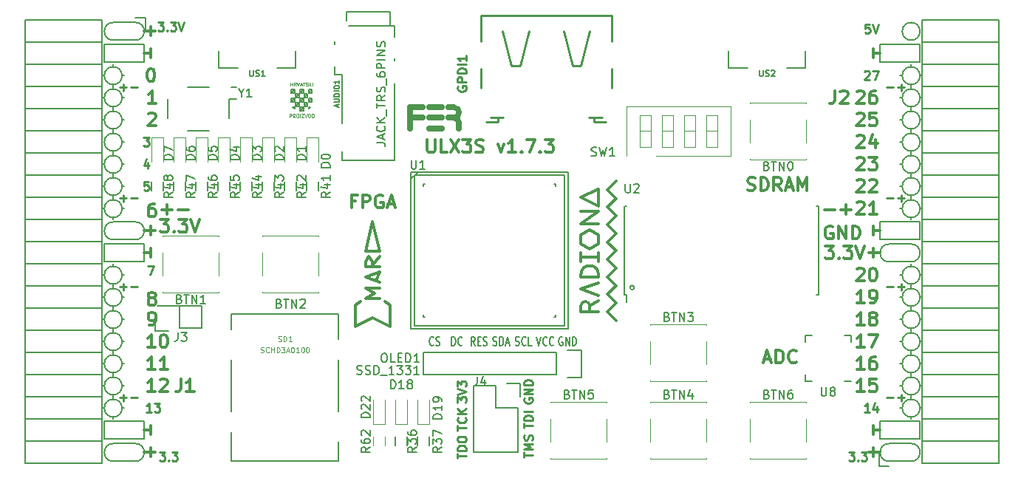
<source format=gto>
G04 #@! TF.FileFunction,Legend,Top*
%FSLAX46Y46*%
G04 Gerber Fmt 4.6, Leading zero omitted, Abs format (unit mm)*
G04 Created by KiCad (PCBNEW 4.0.7+dfsg1-1) date Fri Dec  8 19:05:11 2017*
%MOMM*%
%LPD*%
G01*
G04 APERTURE LIST*
%ADD10C,0.100000*%
%ADD11C,0.300000*%
%ADD12C,0.200000*%
%ADD13C,0.250000*%
%ADD14C,0.150000*%
%ADD15C,0.120000*%
%ADD16C,0.700000*%
%ADD17C,0.254000*%
%ADD18C,0.075000*%
%ADD19C,0.152400*%
%ADD20C,0.124460*%
G04 APERTURE END LIST*
D10*
D11*
X182492000Y-87582000D02*
X182492000Y-88598000D01*
X181984000Y-88090000D02*
X183254000Y-88090000D01*
X182492000Y-110442000D02*
X182492000Y-111458000D01*
X183254000Y-110950000D02*
X181984000Y-110950000D01*
X99688000Y-110442000D02*
X99688000Y-111458000D01*
X98926000Y-110950000D02*
X100196000Y-110950000D01*
X99688000Y-62182000D02*
X99688000Y-63198000D01*
X98926000Y-62690000D02*
X100196000Y-62690000D01*
X99688000Y-85042000D02*
X99688000Y-86058000D01*
X98926000Y-85550000D02*
X100196000Y-85550000D01*
D12*
X97910000Y-63706000D02*
G75*
G03X97910000Y-61674000I0J1016000D01*
G01*
X184270000Y-109934000D02*
G75*
G03X184270000Y-111966000I0J-1016000D01*
G01*
X95370000Y-111966000D02*
X97910000Y-111966000D01*
X95370000Y-109934000D02*
X97910000Y-109934000D01*
X97910000Y-111966000D02*
G75*
G03X97910000Y-109934000I0J1016000D01*
G01*
X95370000Y-109934000D02*
G75*
G03X95370000Y-111966000I0J-1016000D01*
G01*
X95370000Y-61674000D02*
X97910000Y-61674000D01*
X95370000Y-63706000D02*
X97910000Y-63706000D01*
X95370000Y-61674000D02*
G75*
G03X95370000Y-63706000I0J-1016000D01*
G01*
X95370000Y-84534000D02*
X97910000Y-84534000D01*
X95370000Y-86566000D02*
X97910000Y-86566000D01*
X95370000Y-84534000D02*
G75*
G03X95370000Y-86566000I0J-1016000D01*
G01*
X97910000Y-86566000D02*
G75*
G03X97910000Y-84534000I0J1016000D01*
G01*
X187826000Y-62690000D02*
G75*
G03X187826000Y-62690000I-1016000J0D01*
G01*
X184270000Y-89106000D02*
X186810000Y-89106000D01*
X184270000Y-87074000D02*
X186810000Y-87074000D01*
X184270000Y-87074000D02*
G75*
G03X184270000Y-89106000I0J-1016000D01*
G01*
X186810000Y-89106000D02*
G75*
G03X186810000Y-87074000I0J1016000D01*
G01*
X186810000Y-111966000D02*
X184270000Y-111966000D01*
X186810000Y-109934000D02*
X184270000Y-109934000D01*
X186810000Y-111966000D02*
G75*
G03X186810000Y-109934000I0J1016000D01*
G01*
X94354000Y-66246000D02*
X94354000Y-64214000D01*
X98926000Y-66246000D02*
X94354000Y-66246000D01*
X98926000Y-64214000D02*
X98926000Y-66246000D01*
X94354000Y-64214000D02*
X98926000Y-64214000D01*
X94354000Y-87074000D02*
X98926000Y-87074000D01*
X94354000Y-89106000D02*
X94354000Y-87074000D01*
X98926000Y-89106000D02*
X94354000Y-89106000D01*
X98926000Y-87074000D02*
X98926000Y-89106000D01*
X94354000Y-109426000D02*
X98926000Y-109426000D01*
X94354000Y-107394000D02*
X94354000Y-109426000D01*
X98926000Y-107394000D02*
X94354000Y-107394000D01*
X98926000Y-109426000D02*
X98926000Y-107394000D01*
X183254000Y-109426000D02*
X187826000Y-109426000D01*
X183254000Y-107394000D02*
X183254000Y-109426000D01*
X187826000Y-107394000D02*
X187826000Y-109426000D01*
X183254000Y-107394000D02*
X187826000Y-107394000D01*
X183254000Y-66246000D02*
X187826000Y-66246000D01*
X183254000Y-64214000D02*
X183254000Y-66246000D01*
X187826000Y-64214000D02*
X183254000Y-64214000D01*
X187826000Y-66246000D02*
X187826000Y-64214000D01*
X183254000Y-84534000D02*
X187826000Y-84534000D01*
X183254000Y-86566000D02*
X183254000Y-84534000D01*
X187826000Y-86566000D02*
X183254000Y-86566000D01*
X187826000Y-84534000D02*
X187826000Y-86566000D01*
D13*
X96148000Y-69111429D02*
X96909905Y-69111429D01*
X96528953Y-69492381D02*
X96528953Y-68730476D01*
X97386095Y-69111429D02*
X98148000Y-69111429D01*
X96148000Y-81811429D02*
X96909905Y-81811429D01*
X96528953Y-82192381D02*
X96528953Y-81430476D01*
X97386095Y-81811429D02*
X98148000Y-81811429D01*
X96148000Y-91971429D02*
X96909905Y-91971429D01*
X96528953Y-92352381D02*
X96528953Y-91590476D01*
X97386095Y-91971429D02*
X98148000Y-91971429D01*
X96148000Y-104671429D02*
X96909905Y-104671429D01*
X96528953Y-105052381D02*
X96528953Y-104290476D01*
X97386095Y-104671429D02*
X98148000Y-104671429D01*
X184032000Y-104671429D02*
X184793905Y-104671429D01*
X185270095Y-104671429D02*
X186032000Y-104671429D01*
X185651048Y-105052381D02*
X185651048Y-104290476D01*
X184032000Y-91971429D02*
X184793905Y-91971429D01*
X185270095Y-91971429D02*
X186032000Y-91971429D01*
X185651048Y-92352381D02*
X185651048Y-91590476D01*
X184032000Y-81811429D02*
X184793905Y-81811429D01*
X185270095Y-81811429D02*
X186032000Y-81811429D01*
X185651048Y-82192381D02*
X185651048Y-81430476D01*
X184032000Y-69111429D02*
X184793905Y-69111429D01*
X185270095Y-69111429D02*
X186032000Y-69111429D01*
X185651048Y-69492381D02*
X185651048Y-68730476D01*
D11*
X176928000Y-83117143D02*
X178070857Y-83117143D01*
X178785143Y-83117143D02*
X179928000Y-83117143D01*
X179356571Y-83688571D02*
X179356571Y-82545714D01*
D12*
X187826000Y-67770000D02*
G75*
G03X187826000Y-67770000I-1016000J0D01*
G01*
X187826000Y-70310000D02*
G75*
G03X187826000Y-70310000I-1016000J0D01*
G01*
X187826000Y-72850000D02*
G75*
G03X187826000Y-72850000I-1016000J0D01*
G01*
X187826000Y-75390000D02*
G75*
G03X187826000Y-75390000I-1016000J0D01*
G01*
X187826000Y-77930000D02*
G75*
G03X187826000Y-77930000I-1016000J0D01*
G01*
X187826000Y-80470000D02*
G75*
G03X187826000Y-80470000I-1016000J0D01*
G01*
X187826000Y-83010000D02*
G75*
G03X187826000Y-83010000I-1016000J0D01*
G01*
X187826000Y-90630000D02*
G75*
G03X187826000Y-90630000I-1016000J0D01*
G01*
X187826000Y-93170000D02*
G75*
G03X187826000Y-93170000I-1016000J0D01*
G01*
X187826000Y-95710000D02*
G75*
G03X187826000Y-95710000I-1016000J0D01*
G01*
X187826000Y-98250000D02*
G75*
G03X187826000Y-98250000I-1016000J0D01*
G01*
X187826000Y-100790000D02*
G75*
G03X187826000Y-100790000I-1016000J0D01*
G01*
X187826000Y-103330000D02*
G75*
G03X187826000Y-103330000I-1016000J0D01*
G01*
X187826000Y-105870000D02*
G75*
G03X187826000Y-105870000I-1016000J0D01*
G01*
X96386000Y-105870000D02*
G75*
G03X96386000Y-105870000I-1016000J0D01*
G01*
X96386000Y-103330000D02*
G75*
G03X96386000Y-103330000I-1016000J0D01*
G01*
X96386000Y-100790000D02*
G75*
G03X96386000Y-100790000I-1016000J0D01*
G01*
X96386000Y-98250000D02*
G75*
G03X96386000Y-98250000I-1016000J0D01*
G01*
X96386000Y-95710000D02*
G75*
G03X96386000Y-95710000I-1016000J0D01*
G01*
X96386000Y-93170000D02*
G75*
G03X96386000Y-93170000I-1016000J0D01*
G01*
X96386000Y-90630000D02*
G75*
G03X96386000Y-90630000I-1016000J0D01*
G01*
X96386000Y-83010000D02*
G75*
G03X96386000Y-83010000I-1016000J0D01*
G01*
X96386000Y-80470000D02*
G75*
G03X96386000Y-80470000I-1016000J0D01*
G01*
X96386000Y-77930000D02*
G75*
G03X96386000Y-77930000I-1016000J0D01*
G01*
X96386000Y-75390000D02*
G75*
G03X96386000Y-75390000I-1016000J0D01*
G01*
X96386000Y-72850000D02*
G75*
G03X96386000Y-72850000I-1016000J0D01*
G01*
X96386000Y-70310000D02*
G75*
G03X96386000Y-70310000I-1016000J0D01*
G01*
X96386000Y-67770000D02*
G75*
G03X96386000Y-67770000I-1016000J0D01*
G01*
D11*
X177793143Y-85054000D02*
X177650286Y-84982571D01*
X177436000Y-84982571D01*
X177221715Y-85054000D01*
X177078857Y-85196857D01*
X177007429Y-85339714D01*
X176936000Y-85625429D01*
X176936000Y-85839714D01*
X177007429Y-86125429D01*
X177078857Y-86268286D01*
X177221715Y-86411143D01*
X177436000Y-86482571D01*
X177578857Y-86482571D01*
X177793143Y-86411143D01*
X177864572Y-86339714D01*
X177864572Y-85839714D01*
X177578857Y-85839714D01*
X178507429Y-86482571D02*
X178507429Y-84982571D01*
X179364572Y-86482571D01*
X179364572Y-84982571D01*
X180078858Y-86482571D02*
X180078858Y-84982571D01*
X180436001Y-84982571D01*
X180650286Y-85054000D01*
X180793144Y-85196857D01*
X180864572Y-85339714D01*
X180936001Y-85625429D01*
X180936001Y-85839714D01*
X180864572Y-86125429D01*
X180793144Y-86268286D01*
X180650286Y-86411143D01*
X180436001Y-86482571D01*
X180078858Y-86482571D01*
X182492000Y-86058000D02*
X182492000Y-85042000D01*
X183254000Y-85550000D02*
X182492000Y-85550000D01*
X182492000Y-107902000D02*
X182492000Y-108918000D01*
X182492000Y-108410000D02*
X183254000Y-108410000D01*
D13*
X182047524Y-106322381D02*
X181476095Y-106322381D01*
X181761809Y-106322381D02*
X181761809Y-105322381D01*
X181666571Y-105465238D01*
X181571333Y-105560476D01*
X181476095Y-105608095D01*
X182904667Y-105655714D02*
X182904667Y-106322381D01*
X182666571Y-105274762D02*
X182428476Y-105989048D01*
X183047524Y-105989048D01*
X181476095Y-67317619D02*
X181523714Y-67270000D01*
X181618952Y-67222381D01*
X181857048Y-67222381D01*
X181952286Y-67270000D01*
X181999905Y-67317619D01*
X182047524Y-67412857D01*
X182047524Y-67508095D01*
X181999905Y-67650952D01*
X181428476Y-68222381D01*
X182047524Y-68222381D01*
X182380857Y-67222381D02*
X183047524Y-67222381D01*
X182618952Y-68222381D01*
D11*
X182492000Y-64722000D02*
X182492000Y-65738000D01*
X182492000Y-65230000D02*
X183254000Y-65230000D01*
X99688000Y-107902000D02*
X99688000Y-108918000D01*
X98926000Y-108410000D02*
X99688000Y-108410000D01*
D13*
X98846667Y-74842381D02*
X99465715Y-74842381D01*
X99132381Y-75223333D01*
X99275239Y-75223333D01*
X99370477Y-75270952D01*
X99418096Y-75318571D01*
X99465715Y-75413810D01*
X99465715Y-75651905D01*
X99418096Y-75747143D01*
X99370477Y-75794762D01*
X99275239Y-75842381D01*
X98989524Y-75842381D01*
X98894286Y-75794762D01*
X98846667Y-75747143D01*
X99370477Y-77715714D02*
X99370477Y-78382381D01*
X99132381Y-77334762D02*
X98894286Y-78049048D01*
X99513334Y-78049048D01*
X99418096Y-79922381D02*
X98941905Y-79922381D01*
X98894286Y-80398571D01*
X98941905Y-80350952D01*
X99037143Y-80303333D01*
X99275239Y-80303333D01*
X99370477Y-80350952D01*
X99418096Y-80398571D01*
X99465715Y-80493810D01*
X99465715Y-80731905D01*
X99418096Y-80827143D01*
X99370477Y-80874762D01*
X99275239Y-80922381D01*
X99037143Y-80922381D01*
X98941905Y-80874762D01*
X98894286Y-80827143D01*
X99751524Y-106322381D02*
X99180095Y-106322381D01*
X99465809Y-106322381D02*
X99465809Y-105322381D01*
X99370571Y-105465238D01*
X99275333Y-105560476D01*
X99180095Y-105608095D01*
X100084857Y-105322381D02*
X100703905Y-105322381D01*
X100370571Y-105703333D01*
X100513429Y-105703333D01*
X100608667Y-105750952D01*
X100656286Y-105798571D01*
X100703905Y-105893810D01*
X100703905Y-106131905D01*
X100656286Y-106227143D01*
X100608667Y-106274762D01*
X100513429Y-106322381D01*
X100227714Y-106322381D01*
X100132476Y-106274762D01*
X100084857Y-106227143D01*
X99354667Y-89574381D02*
X100021334Y-89574381D01*
X99592762Y-90574381D01*
D11*
X99688000Y-87582000D02*
X99688000Y-88598000D01*
X98926000Y-88090000D02*
X99688000Y-88090000D01*
X99688000Y-64722000D02*
X99688000Y-65738000D01*
X98926000Y-65230000D02*
X99688000Y-65230000D01*
D13*
X100497810Y-61634381D02*
X101116858Y-61634381D01*
X100783524Y-62015333D01*
X100926382Y-62015333D01*
X101021620Y-62062952D01*
X101069239Y-62110571D01*
X101116858Y-62205810D01*
X101116858Y-62443905D01*
X101069239Y-62539143D01*
X101021620Y-62586762D01*
X100926382Y-62634381D01*
X100640667Y-62634381D01*
X100545429Y-62586762D01*
X100497810Y-62539143D01*
X101545429Y-62539143D02*
X101593048Y-62586762D01*
X101545429Y-62634381D01*
X101497810Y-62586762D01*
X101545429Y-62539143D01*
X101545429Y-62634381D01*
X101926381Y-61634381D02*
X102545429Y-61634381D01*
X102212095Y-62015333D01*
X102354953Y-62015333D01*
X102450191Y-62062952D01*
X102497810Y-62110571D01*
X102545429Y-62205810D01*
X102545429Y-62443905D01*
X102497810Y-62539143D01*
X102450191Y-62586762D01*
X102354953Y-62634381D01*
X102069238Y-62634381D01*
X101974000Y-62586762D01*
X101926381Y-62539143D01*
X102831143Y-61634381D02*
X103164476Y-62634381D01*
X103497810Y-61634381D01*
X179666381Y-110910381D02*
X180285429Y-110910381D01*
X179952095Y-111291333D01*
X180094953Y-111291333D01*
X180190191Y-111338952D01*
X180237810Y-111386571D01*
X180285429Y-111481810D01*
X180285429Y-111719905D01*
X180237810Y-111815143D01*
X180190191Y-111862762D01*
X180094953Y-111910381D01*
X179809238Y-111910381D01*
X179714000Y-111862762D01*
X179666381Y-111815143D01*
X180714000Y-111815143D02*
X180761619Y-111862762D01*
X180714000Y-111910381D01*
X180666381Y-111862762D01*
X180714000Y-111815143D01*
X180714000Y-111910381D01*
X181094952Y-110910381D02*
X181714000Y-110910381D01*
X181380666Y-111291333D01*
X181523524Y-111291333D01*
X181618762Y-111338952D01*
X181666381Y-111386571D01*
X181714000Y-111481810D01*
X181714000Y-111719905D01*
X181666381Y-111815143D01*
X181618762Y-111862762D01*
X181523524Y-111910381D01*
X181237809Y-111910381D01*
X181142571Y-111862762D01*
X181094952Y-111815143D01*
D11*
X100775715Y-84220571D02*
X101704286Y-84220571D01*
X101204286Y-84792000D01*
X101418572Y-84792000D01*
X101561429Y-84863429D01*
X101632858Y-84934857D01*
X101704286Y-85077714D01*
X101704286Y-85434857D01*
X101632858Y-85577714D01*
X101561429Y-85649143D01*
X101418572Y-85720571D01*
X100990000Y-85720571D01*
X100847143Y-85649143D01*
X100775715Y-85577714D01*
X102347143Y-85577714D02*
X102418571Y-85649143D01*
X102347143Y-85720571D01*
X102275714Y-85649143D01*
X102347143Y-85577714D01*
X102347143Y-85720571D01*
X102918572Y-84220571D02*
X103847143Y-84220571D01*
X103347143Y-84792000D01*
X103561429Y-84792000D01*
X103704286Y-84863429D01*
X103775715Y-84934857D01*
X103847143Y-85077714D01*
X103847143Y-85434857D01*
X103775715Y-85577714D01*
X103704286Y-85649143D01*
X103561429Y-85720571D01*
X103132857Y-85720571D01*
X102990000Y-85649143D01*
X102918572Y-85577714D01*
X104275714Y-84220571D02*
X104775714Y-85720571D01*
X105275714Y-84220571D01*
D13*
X100672381Y-110910381D02*
X101291429Y-110910381D01*
X100958095Y-111291333D01*
X101100953Y-111291333D01*
X101196191Y-111338952D01*
X101243810Y-111386571D01*
X101291429Y-111481810D01*
X101291429Y-111719905D01*
X101243810Y-111815143D01*
X101196191Y-111862762D01*
X101100953Y-111910381D01*
X100815238Y-111910381D01*
X100720000Y-111862762D01*
X100672381Y-111815143D01*
X101720000Y-111815143D02*
X101767619Y-111862762D01*
X101720000Y-111910381D01*
X101672381Y-111862762D01*
X101720000Y-111815143D01*
X101720000Y-111910381D01*
X102100952Y-110910381D02*
X102720000Y-110910381D01*
X102386666Y-111291333D01*
X102529524Y-111291333D01*
X102624762Y-111338952D01*
X102672381Y-111386571D01*
X102720000Y-111481810D01*
X102720000Y-111719905D01*
X102672381Y-111815143D01*
X102624762Y-111862762D01*
X102529524Y-111910381D01*
X102243809Y-111910381D01*
X102148571Y-111862762D01*
X102100952Y-111815143D01*
X182047524Y-61888381D02*
X181571333Y-61888381D01*
X181523714Y-62364571D01*
X181571333Y-62316952D01*
X181666571Y-62269333D01*
X181904667Y-62269333D01*
X181999905Y-62316952D01*
X182047524Y-62364571D01*
X182095143Y-62459810D01*
X182095143Y-62697905D01*
X182047524Y-62793143D01*
X181999905Y-62840762D01*
X181904667Y-62888381D01*
X181666571Y-62888381D01*
X181571333Y-62840762D01*
X181523714Y-62793143D01*
X182380857Y-61888381D02*
X182714190Y-62888381D01*
X183047524Y-61888381D01*
D11*
X180587143Y-69631429D02*
X180658572Y-69560000D01*
X180801429Y-69488571D01*
X181158572Y-69488571D01*
X181301429Y-69560000D01*
X181372858Y-69631429D01*
X181444286Y-69774286D01*
X181444286Y-69917143D01*
X181372858Y-70131429D01*
X180515715Y-70988571D01*
X181444286Y-70988571D01*
X182730000Y-69488571D02*
X182444286Y-69488571D01*
X182301429Y-69560000D01*
X182230000Y-69631429D01*
X182087143Y-69845714D01*
X182015714Y-70131429D01*
X182015714Y-70702857D01*
X182087143Y-70845714D01*
X182158571Y-70917143D01*
X182301429Y-70988571D01*
X182587143Y-70988571D01*
X182730000Y-70917143D01*
X182801429Y-70845714D01*
X182872857Y-70702857D01*
X182872857Y-70345714D01*
X182801429Y-70202857D01*
X182730000Y-70131429D01*
X182587143Y-70060000D01*
X182301429Y-70060000D01*
X182158571Y-70131429D01*
X182087143Y-70202857D01*
X182015714Y-70345714D01*
X180587143Y-72171429D02*
X180658572Y-72100000D01*
X180801429Y-72028571D01*
X181158572Y-72028571D01*
X181301429Y-72100000D01*
X181372858Y-72171429D01*
X181444286Y-72314286D01*
X181444286Y-72457143D01*
X181372858Y-72671429D01*
X180515715Y-73528571D01*
X181444286Y-73528571D01*
X182801429Y-72028571D02*
X182087143Y-72028571D01*
X182015714Y-72742857D01*
X182087143Y-72671429D01*
X182230000Y-72600000D01*
X182587143Y-72600000D01*
X182730000Y-72671429D01*
X182801429Y-72742857D01*
X182872857Y-72885714D01*
X182872857Y-73242857D01*
X182801429Y-73385714D01*
X182730000Y-73457143D01*
X182587143Y-73528571D01*
X182230000Y-73528571D01*
X182087143Y-73457143D01*
X182015714Y-73385714D01*
X180587143Y-74711429D02*
X180658572Y-74640000D01*
X180801429Y-74568571D01*
X181158572Y-74568571D01*
X181301429Y-74640000D01*
X181372858Y-74711429D01*
X181444286Y-74854286D01*
X181444286Y-74997143D01*
X181372858Y-75211429D01*
X180515715Y-76068571D01*
X181444286Y-76068571D01*
X182730000Y-75068571D02*
X182730000Y-76068571D01*
X182372857Y-74497143D02*
X182015714Y-75568571D01*
X182944286Y-75568571D01*
X180587143Y-77251429D02*
X180658572Y-77180000D01*
X180801429Y-77108571D01*
X181158572Y-77108571D01*
X181301429Y-77180000D01*
X181372858Y-77251429D01*
X181444286Y-77394286D01*
X181444286Y-77537143D01*
X181372858Y-77751429D01*
X180515715Y-78608571D01*
X181444286Y-78608571D01*
X181944286Y-77108571D02*
X182872857Y-77108571D01*
X182372857Y-77680000D01*
X182587143Y-77680000D01*
X182730000Y-77751429D01*
X182801429Y-77822857D01*
X182872857Y-77965714D01*
X182872857Y-78322857D01*
X182801429Y-78465714D01*
X182730000Y-78537143D01*
X182587143Y-78608571D01*
X182158571Y-78608571D01*
X182015714Y-78537143D01*
X181944286Y-78465714D01*
X180587143Y-79791429D02*
X180658572Y-79720000D01*
X180801429Y-79648571D01*
X181158572Y-79648571D01*
X181301429Y-79720000D01*
X181372858Y-79791429D01*
X181444286Y-79934286D01*
X181444286Y-80077143D01*
X181372858Y-80291429D01*
X180515715Y-81148571D01*
X181444286Y-81148571D01*
X182015714Y-79791429D02*
X182087143Y-79720000D01*
X182230000Y-79648571D01*
X182587143Y-79648571D01*
X182730000Y-79720000D01*
X182801429Y-79791429D01*
X182872857Y-79934286D01*
X182872857Y-80077143D01*
X182801429Y-80291429D01*
X181944286Y-81148571D01*
X182872857Y-81148571D01*
X180587143Y-82331429D02*
X180658572Y-82260000D01*
X180801429Y-82188571D01*
X181158572Y-82188571D01*
X181301429Y-82260000D01*
X181372858Y-82331429D01*
X181444286Y-82474286D01*
X181444286Y-82617143D01*
X181372858Y-82831429D01*
X180515715Y-83688571D01*
X181444286Y-83688571D01*
X182872857Y-83688571D02*
X182015714Y-83688571D01*
X182444286Y-83688571D02*
X182444286Y-82188571D01*
X182301429Y-82402857D01*
X182158571Y-82545714D01*
X182015714Y-82617143D01*
X176975715Y-87268571D02*
X177904286Y-87268571D01*
X177404286Y-87840000D01*
X177618572Y-87840000D01*
X177761429Y-87911429D01*
X177832858Y-87982857D01*
X177904286Y-88125714D01*
X177904286Y-88482857D01*
X177832858Y-88625714D01*
X177761429Y-88697143D01*
X177618572Y-88768571D01*
X177190000Y-88768571D01*
X177047143Y-88697143D01*
X176975715Y-88625714D01*
X178547143Y-88625714D02*
X178618571Y-88697143D01*
X178547143Y-88768571D01*
X178475714Y-88697143D01*
X178547143Y-88625714D01*
X178547143Y-88768571D01*
X179118572Y-87268571D02*
X180047143Y-87268571D01*
X179547143Y-87840000D01*
X179761429Y-87840000D01*
X179904286Y-87911429D01*
X179975715Y-87982857D01*
X180047143Y-88125714D01*
X180047143Y-88482857D01*
X179975715Y-88625714D01*
X179904286Y-88697143D01*
X179761429Y-88768571D01*
X179332857Y-88768571D01*
X179190000Y-88697143D01*
X179118572Y-88625714D01*
X180475714Y-87268571D02*
X180975714Y-88768571D01*
X181475714Y-87268571D01*
X180587143Y-89951429D02*
X180658572Y-89880000D01*
X180801429Y-89808571D01*
X181158572Y-89808571D01*
X181301429Y-89880000D01*
X181372858Y-89951429D01*
X181444286Y-90094286D01*
X181444286Y-90237143D01*
X181372858Y-90451429D01*
X180515715Y-91308571D01*
X181444286Y-91308571D01*
X182372857Y-89808571D02*
X182515714Y-89808571D01*
X182658571Y-89880000D01*
X182730000Y-89951429D01*
X182801429Y-90094286D01*
X182872857Y-90380000D01*
X182872857Y-90737143D01*
X182801429Y-91022857D01*
X182730000Y-91165714D01*
X182658571Y-91237143D01*
X182515714Y-91308571D01*
X182372857Y-91308571D01*
X182230000Y-91237143D01*
X182158571Y-91165714D01*
X182087143Y-91022857D01*
X182015714Y-90737143D01*
X182015714Y-90380000D01*
X182087143Y-90094286D01*
X182158571Y-89951429D01*
X182230000Y-89880000D01*
X182372857Y-89808571D01*
X181444286Y-93848571D02*
X180587143Y-93848571D01*
X181015715Y-93848571D02*
X181015715Y-92348571D01*
X180872858Y-92562857D01*
X180730000Y-92705714D01*
X180587143Y-92777143D01*
X182158571Y-93848571D02*
X182444286Y-93848571D01*
X182587143Y-93777143D01*
X182658571Y-93705714D01*
X182801429Y-93491429D01*
X182872857Y-93205714D01*
X182872857Y-92634286D01*
X182801429Y-92491429D01*
X182730000Y-92420000D01*
X182587143Y-92348571D01*
X182301429Y-92348571D01*
X182158571Y-92420000D01*
X182087143Y-92491429D01*
X182015714Y-92634286D01*
X182015714Y-92991429D01*
X182087143Y-93134286D01*
X182158571Y-93205714D01*
X182301429Y-93277143D01*
X182587143Y-93277143D01*
X182730000Y-93205714D01*
X182801429Y-93134286D01*
X182872857Y-92991429D01*
X181444286Y-96388571D02*
X180587143Y-96388571D01*
X181015715Y-96388571D02*
X181015715Y-94888571D01*
X180872858Y-95102857D01*
X180730000Y-95245714D01*
X180587143Y-95317143D01*
X182301429Y-95531429D02*
X182158571Y-95460000D01*
X182087143Y-95388571D01*
X182015714Y-95245714D01*
X182015714Y-95174286D01*
X182087143Y-95031429D01*
X182158571Y-94960000D01*
X182301429Y-94888571D01*
X182587143Y-94888571D01*
X182730000Y-94960000D01*
X182801429Y-95031429D01*
X182872857Y-95174286D01*
X182872857Y-95245714D01*
X182801429Y-95388571D01*
X182730000Y-95460000D01*
X182587143Y-95531429D01*
X182301429Y-95531429D01*
X182158571Y-95602857D01*
X182087143Y-95674286D01*
X182015714Y-95817143D01*
X182015714Y-96102857D01*
X182087143Y-96245714D01*
X182158571Y-96317143D01*
X182301429Y-96388571D01*
X182587143Y-96388571D01*
X182730000Y-96317143D01*
X182801429Y-96245714D01*
X182872857Y-96102857D01*
X182872857Y-95817143D01*
X182801429Y-95674286D01*
X182730000Y-95602857D01*
X182587143Y-95531429D01*
X181444286Y-98928571D02*
X180587143Y-98928571D01*
X181015715Y-98928571D02*
X181015715Y-97428571D01*
X180872858Y-97642857D01*
X180730000Y-97785714D01*
X180587143Y-97857143D01*
X181944286Y-97428571D02*
X182944286Y-97428571D01*
X182301429Y-98928571D01*
X181444286Y-101468571D02*
X180587143Y-101468571D01*
X181015715Y-101468571D02*
X181015715Y-99968571D01*
X180872858Y-100182857D01*
X180730000Y-100325714D01*
X180587143Y-100397143D01*
X182730000Y-99968571D02*
X182444286Y-99968571D01*
X182301429Y-100040000D01*
X182230000Y-100111429D01*
X182087143Y-100325714D01*
X182015714Y-100611429D01*
X182015714Y-101182857D01*
X182087143Y-101325714D01*
X182158571Y-101397143D01*
X182301429Y-101468571D01*
X182587143Y-101468571D01*
X182730000Y-101397143D01*
X182801429Y-101325714D01*
X182872857Y-101182857D01*
X182872857Y-100825714D01*
X182801429Y-100682857D01*
X182730000Y-100611429D01*
X182587143Y-100540000D01*
X182301429Y-100540000D01*
X182158571Y-100611429D01*
X182087143Y-100682857D01*
X182015714Y-100825714D01*
X181444286Y-104008571D02*
X180587143Y-104008571D01*
X181015715Y-104008571D02*
X181015715Y-102508571D01*
X180872858Y-102722857D01*
X180730000Y-102865714D01*
X180587143Y-102937143D01*
X182801429Y-102508571D02*
X182087143Y-102508571D01*
X182015714Y-103222857D01*
X182087143Y-103151429D01*
X182230000Y-103080000D01*
X182587143Y-103080000D01*
X182730000Y-103151429D01*
X182801429Y-103222857D01*
X182872857Y-103365714D01*
X182872857Y-103722857D01*
X182801429Y-103865714D01*
X182730000Y-103937143D01*
X182587143Y-104008571D01*
X182230000Y-104008571D01*
X182087143Y-103937143D01*
X182015714Y-103865714D01*
D12*
X186810000Y-66500000D02*
X186810000Y-66754000D01*
X187826000Y-67770000D02*
X188080000Y-67770000D01*
X185540000Y-67770000D02*
X185794000Y-67770000D01*
X186810000Y-69294000D02*
X186810000Y-68786000D01*
X187826000Y-70310000D02*
X188080000Y-70310000D01*
X185540000Y-70310000D02*
X185794000Y-70310000D01*
X186810000Y-71326000D02*
X186810000Y-71834000D01*
X187826000Y-72850000D02*
X188080000Y-72850000D01*
X185540000Y-72850000D02*
X185794000Y-72850000D01*
X186810000Y-73866000D02*
X186810000Y-74374000D01*
X187826000Y-75390000D02*
X188080000Y-75390000D01*
X185540000Y-75390000D02*
X185794000Y-75390000D01*
X186810000Y-76406000D02*
X186810000Y-76914000D01*
X187826000Y-77930000D02*
X188080000Y-77930000D01*
X185540000Y-77930000D02*
X185794000Y-77930000D01*
X186810000Y-79454000D02*
X186810000Y-78946000D01*
X187826000Y-80470000D02*
X188080000Y-80470000D01*
X185540000Y-80470000D02*
X185794000Y-80470000D01*
X186810000Y-81994000D02*
X186810000Y-81486000D01*
X187826000Y-83010000D02*
X188080000Y-83010000D01*
X185540000Y-83010000D02*
X185794000Y-83010000D01*
X186810000Y-84026000D02*
X186810000Y-84280000D01*
X186810000Y-89360000D02*
X186810000Y-89614000D01*
X187826000Y-90630000D02*
X188080000Y-90630000D01*
X185540000Y-90630000D02*
X185794000Y-90630000D01*
X186810000Y-91646000D02*
X186810000Y-92154000D01*
X187826000Y-93170000D02*
X188080000Y-93170000D01*
X185540000Y-93170000D02*
X185794000Y-93170000D01*
X186810000Y-94186000D02*
X186810000Y-94694000D01*
X187826000Y-95710000D02*
X188080000Y-95710000D01*
X185540000Y-95710000D02*
X185794000Y-95710000D01*
X186810000Y-97234000D02*
X186810000Y-96726000D01*
X187826000Y-98250000D02*
X188080000Y-98250000D01*
X185540000Y-98250000D02*
X185794000Y-98250000D01*
X187826000Y-100790000D02*
X188080000Y-100790000D01*
X185540000Y-100790000D02*
X185794000Y-100790000D01*
X186810000Y-99266000D02*
X186810000Y-99774000D01*
X186810000Y-102314000D02*
X186810000Y-101806000D01*
X187826000Y-103330000D02*
X188080000Y-103330000D01*
X185540000Y-103330000D02*
X185794000Y-103330000D01*
X186810000Y-104346000D02*
X186810000Y-104854000D01*
X185540000Y-105870000D02*
X185794000Y-105870000D01*
X187826000Y-105870000D02*
X188080000Y-105870000D01*
X186810000Y-106886000D02*
X186810000Y-107140000D01*
X95370000Y-66754000D02*
X95370000Y-66500000D01*
X96386000Y-67770000D02*
X96640000Y-67770000D01*
X94100000Y-67770000D02*
X94354000Y-67770000D01*
X95370000Y-68786000D02*
X95370000Y-69294000D01*
X96386000Y-70310000D02*
X96640000Y-70310000D01*
X94100000Y-70310000D02*
X94354000Y-70310000D01*
X95370000Y-71326000D02*
X95370000Y-71834000D01*
X96386000Y-72850000D02*
X96640000Y-72850000D01*
X94100000Y-72850000D02*
X94354000Y-72850000D01*
X95370000Y-73866000D02*
X95370000Y-74374000D01*
X96386000Y-75390000D02*
X96640000Y-75390000D01*
X95370000Y-76406000D02*
X95370000Y-76914000D01*
X96386000Y-77930000D02*
X96640000Y-77930000D01*
X94100000Y-77930000D02*
X94354000Y-77930000D01*
X95370000Y-79454000D02*
X95370000Y-78946000D01*
X96386000Y-80470000D02*
X96640000Y-80470000D01*
X94100000Y-80470000D02*
X94354000Y-80470000D01*
X95370000Y-81486000D02*
X95370000Y-81994000D01*
X96386000Y-83010000D02*
X96640000Y-83010000D01*
X95370000Y-84026000D02*
X95370000Y-84280000D01*
X94100000Y-83010000D02*
X94354000Y-83010000D01*
X95370000Y-106886000D02*
X95370000Y-107140000D01*
X95370000Y-89360000D02*
X95370000Y-89614000D01*
X96386000Y-93170000D02*
X96640000Y-93170000D01*
X94100000Y-93170000D02*
X94354000Y-93170000D01*
X95370000Y-94186000D02*
X95370000Y-94694000D01*
X94100000Y-90630000D02*
X94354000Y-90630000D01*
X96386000Y-90630000D02*
X96640000Y-90630000D01*
X95370000Y-92154000D02*
X95370000Y-91646000D01*
X96386000Y-95710000D02*
X96640000Y-95710000D01*
X94100000Y-95710000D02*
X94354000Y-95710000D01*
X96386000Y-98250000D02*
X96640000Y-98250000D01*
X94354000Y-98250000D02*
X94100000Y-98250000D01*
X95370000Y-96726000D02*
X95370000Y-97234000D01*
X95370000Y-99266000D02*
X95370000Y-99774000D01*
X94100000Y-100790000D02*
X94354000Y-100790000D01*
X96386000Y-100790000D02*
X96640000Y-100790000D01*
X94100000Y-103330000D02*
X94354000Y-103330000D01*
X96386000Y-103330000D02*
X96640000Y-103330000D01*
X95370000Y-101806000D02*
X95370000Y-102314000D01*
X95370000Y-104346000D02*
X95370000Y-104854000D01*
X96386000Y-105870000D02*
X96640000Y-105870000D01*
X94100000Y-105870000D02*
X94354000Y-105870000D01*
D11*
X100982000Y-83117143D02*
X102124857Y-83117143D01*
X101553428Y-83688571D02*
X101553428Y-82545714D01*
X102839143Y-83117143D02*
X103982000Y-83117143D01*
X100164286Y-104008571D02*
X99307143Y-104008571D01*
X99735715Y-104008571D02*
X99735715Y-102508571D01*
X99592858Y-102722857D01*
X99450000Y-102865714D01*
X99307143Y-102937143D01*
X100735714Y-102651429D02*
X100807143Y-102580000D01*
X100950000Y-102508571D01*
X101307143Y-102508571D01*
X101450000Y-102580000D01*
X101521429Y-102651429D01*
X101592857Y-102794286D01*
X101592857Y-102937143D01*
X101521429Y-103151429D01*
X100664286Y-104008571D01*
X101592857Y-104008571D01*
X100164286Y-101468571D02*
X99307143Y-101468571D01*
X99735715Y-101468571D02*
X99735715Y-99968571D01*
X99592858Y-100182857D01*
X99450000Y-100325714D01*
X99307143Y-100397143D01*
X101592857Y-101468571D02*
X100735714Y-101468571D01*
X101164286Y-101468571D02*
X101164286Y-99968571D01*
X101021429Y-100182857D01*
X100878571Y-100325714D01*
X100735714Y-100397143D01*
X100164286Y-98928571D02*
X99307143Y-98928571D01*
X99735715Y-98928571D02*
X99735715Y-97428571D01*
X99592858Y-97642857D01*
X99450000Y-97785714D01*
X99307143Y-97857143D01*
X101092857Y-97428571D02*
X101235714Y-97428571D01*
X101378571Y-97500000D01*
X101450000Y-97571429D01*
X101521429Y-97714286D01*
X101592857Y-98000000D01*
X101592857Y-98357143D01*
X101521429Y-98642857D01*
X101450000Y-98785714D01*
X101378571Y-98857143D01*
X101235714Y-98928571D01*
X101092857Y-98928571D01*
X100950000Y-98857143D01*
X100878571Y-98785714D01*
X100807143Y-98642857D01*
X100735714Y-98357143D01*
X100735714Y-98000000D01*
X100807143Y-97714286D01*
X100878571Y-97571429D01*
X100950000Y-97500000D01*
X101092857Y-97428571D01*
X99529286Y-96388571D02*
X99815001Y-96388571D01*
X99957858Y-96317143D01*
X100029286Y-96245714D01*
X100172144Y-96031429D01*
X100243572Y-95745714D01*
X100243572Y-95174286D01*
X100172144Y-95031429D01*
X100100715Y-94960000D01*
X99957858Y-94888571D01*
X99672144Y-94888571D01*
X99529286Y-94960000D01*
X99457858Y-95031429D01*
X99386429Y-95174286D01*
X99386429Y-95531429D01*
X99457858Y-95674286D01*
X99529286Y-95745714D01*
X99672144Y-95817143D01*
X99957858Y-95817143D01*
X100100715Y-95745714D01*
X100172144Y-95674286D01*
X100243572Y-95531429D01*
X99672144Y-93245429D02*
X99529286Y-93174000D01*
X99457858Y-93102571D01*
X99386429Y-92959714D01*
X99386429Y-92888286D01*
X99457858Y-92745429D01*
X99529286Y-92674000D01*
X99672144Y-92602571D01*
X99957858Y-92602571D01*
X100100715Y-92674000D01*
X100172144Y-92745429D01*
X100243572Y-92888286D01*
X100243572Y-92959714D01*
X100172144Y-93102571D01*
X100100715Y-93174000D01*
X99957858Y-93245429D01*
X99672144Y-93245429D01*
X99529286Y-93316857D01*
X99457858Y-93388286D01*
X99386429Y-93531143D01*
X99386429Y-93816857D01*
X99457858Y-93959714D01*
X99529286Y-94031143D01*
X99672144Y-94102571D01*
X99957858Y-94102571D01*
X100100715Y-94031143D01*
X100172144Y-93959714D01*
X100243572Y-93816857D01*
X100243572Y-93531143D01*
X100172144Y-93388286D01*
X100100715Y-93316857D01*
X99957858Y-93245429D01*
X100100715Y-82442571D02*
X99815001Y-82442571D01*
X99672144Y-82514000D01*
X99600715Y-82585429D01*
X99457858Y-82799714D01*
X99386429Y-83085429D01*
X99386429Y-83656857D01*
X99457858Y-83799714D01*
X99529286Y-83871143D01*
X99672144Y-83942571D01*
X99957858Y-83942571D01*
X100100715Y-83871143D01*
X100172144Y-83799714D01*
X100243572Y-83656857D01*
X100243572Y-83299714D01*
X100172144Y-83156857D01*
X100100715Y-83085429D01*
X99957858Y-83014000D01*
X99672144Y-83014000D01*
X99529286Y-83085429D01*
X99457858Y-83156857D01*
X99386429Y-83299714D01*
X99386429Y-72171429D02*
X99457858Y-72100000D01*
X99600715Y-72028571D01*
X99957858Y-72028571D01*
X100100715Y-72100000D01*
X100172144Y-72171429D01*
X100243572Y-72314286D01*
X100243572Y-72457143D01*
X100172144Y-72671429D01*
X99315001Y-73528571D01*
X100243572Y-73528571D01*
X100243572Y-70988571D02*
X99386429Y-70988571D01*
X99815001Y-70988571D02*
X99815001Y-69488571D01*
X99672144Y-69702857D01*
X99529286Y-69845714D01*
X99386429Y-69917143D01*
X99616572Y-66948571D02*
X99759429Y-66948571D01*
X99902286Y-67020000D01*
X99973715Y-67091429D01*
X100045144Y-67234286D01*
X100116572Y-67520000D01*
X100116572Y-67877143D01*
X100045144Y-68162857D01*
X99973715Y-68305714D01*
X99902286Y-68377143D01*
X99759429Y-68448571D01*
X99616572Y-68448571D01*
X99473715Y-68377143D01*
X99402286Y-68305714D01*
X99330858Y-68162857D01*
X99259429Y-67877143D01*
X99259429Y-67520000D01*
X99330858Y-67234286D01*
X99402286Y-67091429D01*
X99473715Y-67020000D01*
X99616572Y-66948571D01*
X131371430Y-75076571D02*
X131371430Y-76290857D01*
X131442858Y-76433714D01*
X131514287Y-76505143D01*
X131657144Y-76576571D01*
X131942858Y-76576571D01*
X132085716Y-76505143D01*
X132157144Y-76433714D01*
X132228573Y-76290857D01*
X132228573Y-75076571D01*
X133657145Y-76576571D02*
X132942859Y-76576571D01*
X132942859Y-75076571D01*
X134014288Y-75076571D02*
X135014288Y-76576571D01*
X135014288Y-75076571D02*
X134014288Y-76576571D01*
X135442859Y-75076571D02*
X136371430Y-75076571D01*
X135871430Y-75648000D01*
X136085716Y-75648000D01*
X136228573Y-75719429D01*
X136300002Y-75790857D01*
X136371430Y-75933714D01*
X136371430Y-76290857D01*
X136300002Y-76433714D01*
X136228573Y-76505143D01*
X136085716Y-76576571D01*
X135657144Y-76576571D01*
X135514287Y-76505143D01*
X135442859Y-76433714D01*
X136942858Y-76505143D02*
X137157144Y-76576571D01*
X137514287Y-76576571D01*
X137657144Y-76505143D01*
X137728573Y-76433714D01*
X137800001Y-76290857D01*
X137800001Y-76148000D01*
X137728573Y-76005143D01*
X137657144Y-75933714D01*
X137514287Y-75862286D01*
X137228573Y-75790857D01*
X137085715Y-75719429D01*
X137014287Y-75648000D01*
X136942858Y-75505143D01*
X136942858Y-75362286D01*
X137014287Y-75219429D01*
X137085715Y-75148000D01*
X137228573Y-75076571D01*
X137585715Y-75076571D01*
X137800001Y-75148000D01*
X139442858Y-75576571D02*
X139800001Y-76576571D01*
X140157143Y-75576571D01*
X141514286Y-76576571D02*
X140657143Y-76576571D01*
X141085715Y-76576571D02*
X141085715Y-75076571D01*
X140942858Y-75290857D01*
X140800000Y-75433714D01*
X140657143Y-75505143D01*
X142157143Y-76433714D02*
X142228571Y-76505143D01*
X142157143Y-76576571D01*
X142085714Y-76505143D01*
X142157143Y-76433714D01*
X142157143Y-76576571D01*
X142728572Y-75076571D02*
X143728572Y-75076571D01*
X143085715Y-76576571D01*
X144300000Y-76433714D02*
X144371428Y-76505143D01*
X144300000Y-76576571D01*
X144228571Y-76505143D01*
X144300000Y-76433714D01*
X144300000Y-76576571D01*
X144871429Y-75076571D02*
X145800000Y-75076571D01*
X145300000Y-75648000D01*
X145514286Y-75648000D01*
X145657143Y-75719429D01*
X145728572Y-75790857D01*
X145800000Y-75933714D01*
X145800000Y-76290857D01*
X145728572Y-76433714D01*
X145657143Y-76505143D01*
X145514286Y-76576571D01*
X145085714Y-76576571D01*
X144942857Y-76505143D01*
X144871429Y-76433714D01*
X123159429Y-82140857D02*
X122659429Y-82140857D01*
X122659429Y-82926571D02*
X122659429Y-81426571D01*
X123373715Y-81426571D01*
X123945143Y-82926571D02*
X123945143Y-81426571D01*
X124516571Y-81426571D01*
X124659429Y-81498000D01*
X124730857Y-81569429D01*
X124802286Y-81712286D01*
X124802286Y-81926571D01*
X124730857Y-82069429D01*
X124659429Y-82140857D01*
X124516571Y-82212286D01*
X123945143Y-82212286D01*
X126230857Y-81498000D02*
X126088000Y-81426571D01*
X125873714Y-81426571D01*
X125659429Y-81498000D01*
X125516571Y-81640857D01*
X125445143Y-81783714D01*
X125373714Y-82069429D01*
X125373714Y-82283714D01*
X125445143Y-82569429D01*
X125516571Y-82712286D01*
X125659429Y-82855143D01*
X125873714Y-82926571D01*
X126016571Y-82926571D01*
X126230857Y-82855143D01*
X126302286Y-82783714D01*
X126302286Y-82283714D01*
X126016571Y-82283714D01*
X126873714Y-82498000D02*
X127588000Y-82498000D01*
X126730857Y-82926571D02*
X127230857Y-81426571D01*
X127730857Y-82926571D01*
X168077929Y-80886643D02*
X168292215Y-80958071D01*
X168649358Y-80958071D01*
X168792215Y-80886643D01*
X168863644Y-80815214D01*
X168935072Y-80672357D01*
X168935072Y-80529500D01*
X168863644Y-80386643D01*
X168792215Y-80315214D01*
X168649358Y-80243786D01*
X168363644Y-80172357D01*
X168220786Y-80100929D01*
X168149358Y-80029500D01*
X168077929Y-79886643D01*
X168077929Y-79743786D01*
X168149358Y-79600929D01*
X168220786Y-79529500D01*
X168363644Y-79458071D01*
X168720786Y-79458071D01*
X168935072Y-79529500D01*
X169577929Y-80958071D02*
X169577929Y-79458071D01*
X169935072Y-79458071D01*
X170149357Y-79529500D01*
X170292215Y-79672357D01*
X170363643Y-79815214D01*
X170435072Y-80100929D01*
X170435072Y-80315214D01*
X170363643Y-80600929D01*
X170292215Y-80743786D01*
X170149357Y-80886643D01*
X169935072Y-80958071D01*
X169577929Y-80958071D01*
X171935072Y-80958071D02*
X171435072Y-80243786D01*
X171077929Y-80958071D02*
X171077929Y-79458071D01*
X171649357Y-79458071D01*
X171792215Y-79529500D01*
X171863643Y-79600929D01*
X171935072Y-79743786D01*
X171935072Y-79958071D01*
X171863643Y-80100929D01*
X171792215Y-80172357D01*
X171649357Y-80243786D01*
X171077929Y-80243786D01*
X172506500Y-80529500D02*
X173220786Y-80529500D01*
X172363643Y-80958071D02*
X172863643Y-79458071D01*
X173363643Y-80958071D01*
X173863643Y-80958071D02*
X173863643Y-79458071D01*
X174363643Y-80529500D01*
X174863643Y-79458071D01*
X174863643Y-80958071D01*
X169966857Y-100278000D02*
X170681143Y-100278000D01*
X169824000Y-100706571D02*
X170324000Y-99206571D01*
X170824000Y-100706571D01*
X171324000Y-100706571D02*
X171324000Y-99206571D01*
X171681143Y-99206571D01*
X171895428Y-99278000D01*
X172038286Y-99420857D01*
X172109714Y-99563714D01*
X172181143Y-99849429D01*
X172181143Y-100063714D01*
X172109714Y-100349429D01*
X172038286Y-100492286D01*
X171895428Y-100635143D01*
X171681143Y-100706571D01*
X171324000Y-100706571D01*
X173681143Y-100563714D02*
X173609714Y-100635143D01*
X173395428Y-100706571D01*
X173252571Y-100706571D01*
X173038286Y-100635143D01*
X172895428Y-100492286D01*
X172824000Y-100349429D01*
X172752571Y-100063714D01*
X172752571Y-99849429D01*
X172824000Y-99563714D01*
X172895428Y-99420857D01*
X173038286Y-99278000D01*
X173252571Y-99206571D01*
X173395428Y-99206571D01*
X173609714Y-99278000D01*
X173681143Y-99349429D01*
D13*
X142447381Y-111521333D02*
X142447381Y-110949904D01*
X143447381Y-111235619D02*
X142447381Y-111235619D01*
X143447381Y-110616571D02*
X142447381Y-110616571D01*
X143161667Y-110283237D01*
X142447381Y-109949904D01*
X143447381Y-109949904D01*
X143399762Y-109521333D02*
X143447381Y-109378476D01*
X143447381Y-109140380D01*
X143399762Y-109045142D01*
X143352143Y-108997523D01*
X143256905Y-108949904D01*
X143161667Y-108949904D01*
X143066429Y-108997523D01*
X143018810Y-109045142D01*
X142971190Y-109140380D01*
X142923571Y-109330857D01*
X142875952Y-109426095D01*
X142828333Y-109473714D01*
X142733095Y-109521333D01*
X142637857Y-109521333D01*
X142542619Y-109473714D01*
X142495000Y-109426095D01*
X142447381Y-109330857D01*
X142447381Y-109092761D01*
X142495000Y-108949904D01*
X142447381Y-108163809D02*
X142447381Y-107592380D01*
X143447381Y-107878095D02*
X142447381Y-107878095D01*
X143447381Y-107259047D02*
X142447381Y-107259047D01*
X142447381Y-107020952D01*
X142495000Y-106878094D01*
X142590238Y-106782856D01*
X142685476Y-106735237D01*
X142875952Y-106687618D01*
X143018810Y-106687618D01*
X143209286Y-106735237D01*
X143304524Y-106782856D01*
X143399762Y-106878094D01*
X143447381Y-107020952D01*
X143447381Y-107259047D01*
X143447381Y-106259047D02*
X142447381Y-106259047D01*
X142495000Y-104726904D02*
X142447381Y-104822142D01*
X142447381Y-104964999D01*
X142495000Y-105107857D01*
X142590238Y-105203095D01*
X142685476Y-105250714D01*
X142875952Y-105298333D01*
X143018810Y-105298333D01*
X143209286Y-105250714D01*
X143304524Y-105203095D01*
X143399762Y-105107857D01*
X143447381Y-104964999D01*
X143447381Y-104869761D01*
X143399762Y-104726904D01*
X143352143Y-104679285D01*
X143018810Y-104679285D01*
X143018810Y-104869761D01*
X143447381Y-104250714D02*
X142447381Y-104250714D01*
X143447381Y-103679285D01*
X142447381Y-103679285D01*
X143447381Y-103203095D02*
X142447381Y-103203095D01*
X142447381Y-102965000D01*
X142495000Y-102822142D01*
X142590238Y-102726904D01*
X142685476Y-102679285D01*
X142875952Y-102631666D01*
X143018810Y-102631666D01*
X143209286Y-102679285D01*
X143304524Y-102726904D01*
X143399762Y-102822142D01*
X143447381Y-102965000D01*
X143447381Y-103203095D01*
X134827381Y-111624524D02*
X134827381Y-111053095D01*
X135827381Y-111338810D02*
X134827381Y-111338810D01*
X135827381Y-110719762D02*
X134827381Y-110719762D01*
X134827381Y-110481667D01*
X134875000Y-110338809D01*
X134970238Y-110243571D01*
X135065476Y-110195952D01*
X135255952Y-110148333D01*
X135398810Y-110148333D01*
X135589286Y-110195952D01*
X135684524Y-110243571D01*
X135779762Y-110338809D01*
X135827381Y-110481667D01*
X135827381Y-110719762D01*
X134827381Y-109529286D02*
X134827381Y-109338809D01*
X134875000Y-109243571D01*
X134970238Y-109148333D01*
X135160714Y-109100714D01*
X135494048Y-109100714D01*
X135684524Y-109148333D01*
X135779762Y-109243571D01*
X135827381Y-109338809D01*
X135827381Y-109529286D01*
X135779762Y-109624524D01*
X135684524Y-109719762D01*
X135494048Y-109767381D01*
X135160714Y-109767381D01*
X134970238Y-109719762D01*
X134875000Y-109624524D01*
X134827381Y-109529286D01*
X134827381Y-108425714D02*
X134827381Y-107854285D01*
X135827381Y-108140000D02*
X134827381Y-108140000D01*
X135732143Y-106949523D02*
X135779762Y-106997142D01*
X135827381Y-107139999D01*
X135827381Y-107235237D01*
X135779762Y-107378095D01*
X135684524Y-107473333D01*
X135589286Y-107520952D01*
X135398810Y-107568571D01*
X135255952Y-107568571D01*
X135065476Y-107520952D01*
X134970238Y-107473333D01*
X134875000Y-107378095D01*
X134827381Y-107235237D01*
X134827381Y-107139999D01*
X134875000Y-106997142D01*
X134922619Y-106949523D01*
X135827381Y-106520952D02*
X134827381Y-106520952D01*
X135827381Y-105949523D02*
X135255952Y-106378095D01*
X134827381Y-105949523D02*
X135398810Y-106520952D01*
X134827381Y-105203095D02*
X134827381Y-104584047D01*
X135208333Y-104917381D01*
X135208333Y-104774523D01*
X135255952Y-104679285D01*
X135303571Y-104631666D01*
X135398810Y-104584047D01*
X135636905Y-104584047D01*
X135732143Y-104631666D01*
X135779762Y-104679285D01*
X135827381Y-104774523D01*
X135827381Y-105060238D01*
X135779762Y-105155476D01*
X135732143Y-105203095D01*
X134827381Y-104298333D02*
X135827381Y-103965000D01*
X134827381Y-103631666D01*
X134827381Y-103393571D02*
X134827381Y-102774523D01*
X135208333Y-103107857D01*
X135208333Y-102964999D01*
X135255952Y-102869761D01*
X135303571Y-102822142D01*
X135398810Y-102774523D01*
X135636905Y-102774523D01*
X135732143Y-102822142D01*
X135779762Y-102869761D01*
X135827381Y-102964999D01*
X135827381Y-103250714D01*
X135779762Y-103345952D01*
X135732143Y-103393571D01*
D14*
X85270000Y-112220000D02*
X94100000Y-112220000D01*
X85270000Y-109680000D02*
X85270000Y-112220000D01*
X94100000Y-109680000D02*
X94100000Y-112220000D01*
X94100000Y-112220000D02*
X85270000Y-112220000D01*
X94100000Y-109680000D02*
X85270000Y-109680000D01*
X94100000Y-107140000D02*
X94100000Y-109680000D01*
X85270000Y-107140000D02*
X85270000Y-109680000D01*
X85270000Y-109680000D02*
X94100000Y-109680000D01*
X85270000Y-91900000D02*
X94100000Y-91900000D01*
X85270000Y-89360000D02*
X85270000Y-91900000D01*
X94100000Y-89360000D02*
X94100000Y-91900000D01*
X94100000Y-91900000D02*
X85270000Y-91900000D01*
X94100000Y-94440000D02*
X85270000Y-94440000D01*
X94100000Y-91900000D02*
X94100000Y-94440000D01*
X85270000Y-91900000D02*
X85270000Y-94440000D01*
X85270000Y-94440000D02*
X94100000Y-94440000D01*
X85270000Y-107140000D02*
X94100000Y-107140000D01*
X85270000Y-104600000D02*
X85270000Y-107140000D01*
X94100000Y-104600000D02*
X94100000Y-107140000D01*
X94100000Y-107140000D02*
X85270000Y-107140000D01*
X94100000Y-104600000D02*
X85270000Y-104600000D01*
X94100000Y-102060000D02*
X94100000Y-104600000D01*
X85270000Y-102060000D02*
X85270000Y-104600000D01*
X85270000Y-104600000D02*
X94100000Y-104600000D01*
X85270000Y-102060000D02*
X94100000Y-102060000D01*
X85270000Y-99520000D02*
X85270000Y-102060000D01*
X94100000Y-99520000D02*
X94100000Y-102060000D01*
X94100000Y-102060000D02*
X85270000Y-102060000D01*
X94100000Y-99520000D02*
X85270000Y-99520000D01*
X94100000Y-96980000D02*
X94100000Y-99520000D01*
X85270000Y-96980000D02*
X85270000Y-99520000D01*
X85270000Y-99520000D02*
X94100000Y-99520000D01*
X85270000Y-96980000D02*
X94100000Y-96980000D01*
X85270000Y-94440000D02*
X85270000Y-96980000D01*
X94100000Y-94440000D02*
X94100000Y-96980000D01*
X94100000Y-96980000D02*
X85270000Y-96980000D01*
X94100000Y-79200000D02*
X85270000Y-79200000D01*
X94100000Y-76660000D02*
X94100000Y-79200000D01*
X85270000Y-76660000D02*
X85270000Y-79200000D01*
X85270000Y-79200000D02*
X94100000Y-79200000D01*
X85270000Y-81740000D02*
X94100000Y-81740000D01*
X85270000Y-79200000D02*
X85270000Y-81740000D01*
X94100000Y-79200000D02*
X94100000Y-81740000D01*
X94100000Y-81740000D02*
X85270000Y-81740000D01*
X94100000Y-84280000D02*
X85270000Y-84280000D01*
X94100000Y-81740000D02*
X94100000Y-84280000D01*
X85270000Y-81740000D02*
X85270000Y-84280000D01*
X85270000Y-84280000D02*
X94100000Y-84280000D01*
X85270000Y-86820000D02*
X94100000Y-86820000D01*
X85270000Y-84280000D02*
X85270000Y-86820000D01*
X94100000Y-84280000D02*
X94100000Y-86820000D01*
X94100000Y-86820000D02*
X85270000Y-86820000D01*
X94100000Y-89360000D02*
X85270000Y-89360000D01*
X94100000Y-86820000D02*
X94100000Y-89360000D01*
X85270000Y-86820000D02*
X85270000Y-89360000D01*
X85270000Y-89360000D02*
X94100000Y-89360000D01*
X85270000Y-76660000D02*
X94100000Y-76660000D01*
X85270000Y-74120000D02*
X85270000Y-76660000D01*
X94100000Y-74120000D02*
X94100000Y-76660000D01*
X94100000Y-76660000D02*
X85270000Y-76660000D01*
X94100000Y-74120000D02*
X85270000Y-74120000D01*
X94100000Y-71580000D02*
X94100000Y-74120000D01*
X85270000Y-71580000D02*
X85270000Y-74120000D01*
X85270000Y-74120000D02*
X94100000Y-74120000D01*
X85270000Y-71580000D02*
X94100000Y-71580000D01*
X85270000Y-69040000D02*
X85270000Y-71580000D01*
X94100000Y-69040000D02*
X94100000Y-71580000D01*
X94100000Y-71580000D02*
X85270000Y-71580000D01*
X94100000Y-69040000D02*
X85270000Y-69040000D01*
X94100000Y-66500000D02*
X94100000Y-69040000D01*
X85270000Y-66500000D02*
X85270000Y-69040000D01*
X85270000Y-69040000D02*
X94100000Y-69040000D01*
X85270000Y-66500000D02*
X94100000Y-66500000D01*
X85270000Y-63960000D02*
X85270000Y-66500000D01*
X94100000Y-63960000D02*
X94100000Y-66500000D01*
X94100000Y-66500000D02*
X85270000Y-66500000D01*
X94100000Y-63960000D02*
X85270000Y-63960000D01*
X94100000Y-61420000D02*
X94100000Y-63960000D01*
X99060000Y-62690000D02*
X99060000Y-61140000D01*
X99060000Y-61140000D02*
X97910000Y-61140000D01*
X94100000Y-61420000D02*
X85270000Y-61420000D01*
X85270000Y-61420000D02*
X85270000Y-63960000D01*
X85270000Y-63960000D02*
X94100000Y-63960000D01*
X196910000Y-61420000D02*
X188080000Y-61420000D01*
X196910000Y-63960000D02*
X196910000Y-61420000D01*
X188080000Y-63960000D02*
X188080000Y-61420000D01*
X188080000Y-61420000D02*
X196910000Y-61420000D01*
X188080000Y-63960000D02*
X196910000Y-63960000D01*
X188080000Y-66500000D02*
X188080000Y-63960000D01*
X196910000Y-66500000D02*
X196910000Y-63960000D01*
X196910000Y-63960000D02*
X188080000Y-63960000D01*
X196910000Y-81740000D02*
X188080000Y-81740000D01*
X196910000Y-84280000D02*
X196910000Y-81740000D01*
X188080000Y-84280000D02*
X188080000Y-81740000D01*
X188080000Y-81740000D02*
X196910000Y-81740000D01*
X188080000Y-79200000D02*
X196910000Y-79200000D01*
X188080000Y-81740000D02*
X188080000Y-79200000D01*
X196910000Y-81740000D02*
X196910000Y-79200000D01*
X196910000Y-79200000D02*
X188080000Y-79200000D01*
X196910000Y-66500000D02*
X188080000Y-66500000D01*
X196910000Y-69040000D02*
X196910000Y-66500000D01*
X188080000Y-69040000D02*
X188080000Y-66500000D01*
X188080000Y-66500000D02*
X196910000Y-66500000D01*
X188080000Y-69040000D02*
X196910000Y-69040000D01*
X188080000Y-71580000D02*
X188080000Y-69040000D01*
X196910000Y-71580000D02*
X196910000Y-69040000D01*
X196910000Y-69040000D02*
X188080000Y-69040000D01*
X196910000Y-71580000D02*
X188080000Y-71580000D01*
X196910000Y-74120000D02*
X196910000Y-71580000D01*
X188080000Y-74120000D02*
X188080000Y-71580000D01*
X188080000Y-71580000D02*
X196910000Y-71580000D01*
X188080000Y-74120000D02*
X196910000Y-74120000D01*
X188080000Y-76660000D02*
X188080000Y-74120000D01*
X196910000Y-76660000D02*
X196910000Y-74120000D01*
X196910000Y-74120000D02*
X188080000Y-74120000D01*
X196910000Y-76660000D02*
X188080000Y-76660000D01*
X196910000Y-79200000D02*
X196910000Y-76660000D01*
X188080000Y-79200000D02*
X188080000Y-76660000D01*
X188080000Y-76660000D02*
X196910000Y-76660000D01*
X188080000Y-94440000D02*
X196910000Y-94440000D01*
X188080000Y-96980000D02*
X188080000Y-94440000D01*
X196910000Y-96980000D02*
X196910000Y-94440000D01*
X196910000Y-94440000D02*
X188080000Y-94440000D01*
X196910000Y-91900000D02*
X188080000Y-91900000D01*
X196910000Y-94440000D02*
X196910000Y-91900000D01*
X188080000Y-94440000D02*
X188080000Y-91900000D01*
X188080000Y-91900000D02*
X196910000Y-91900000D01*
X188080000Y-89360000D02*
X196910000Y-89360000D01*
X188080000Y-91900000D02*
X188080000Y-89360000D01*
X196910000Y-91900000D02*
X196910000Y-89360000D01*
X196910000Y-89360000D02*
X188080000Y-89360000D01*
X196910000Y-86820000D02*
X188080000Y-86820000D01*
X196910000Y-89360000D02*
X196910000Y-86820000D01*
X188080000Y-89360000D02*
X188080000Y-86820000D01*
X188080000Y-86820000D02*
X196910000Y-86820000D01*
X188080000Y-84280000D02*
X196910000Y-84280000D01*
X188080000Y-86820000D02*
X188080000Y-84280000D01*
X196910000Y-86820000D02*
X196910000Y-84280000D01*
X196910000Y-84280000D02*
X188080000Y-84280000D01*
X196910000Y-96980000D02*
X188080000Y-96980000D01*
X196910000Y-99520000D02*
X196910000Y-96980000D01*
X188080000Y-99520000D02*
X188080000Y-96980000D01*
X188080000Y-96980000D02*
X196910000Y-96980000D01*
X188080000Y-99520000D02*
X196910000Y-99520000D01*
X188080000Y-102060000D02*
X188080000Y-99520000D01*
X196910000Y-102060000D02*
X196910000Y-99520000D01*
X196910000Y-99520000D02*
X188080000Y-99520000D01*
X196910000Y-102060000D02*
X188080000Y-102060000D01*
X196910000Y-104600000D02*
X196910000Y-102060000D01*
X188080000Y-104600000D02*
X188080000Y-102060000D01*
X188080000Y-102060000D02*
X196910000Y-102060000D01*
X188080000Y-104600000D02*
X196910000Y-104600000D01*
X188080000Y-107140000D02*
X188080000Y-104600000D01*
X196910000Y-107140000D02*
X196910000Y-104600000D01*
X196910000Y-104600000D02*
X188080000Y-104600000D01*
X196910000Y-107140000D02*
X188080000Y-107140000D01*
X196910000Y-109680000D02*
X196910000Y-107140000D01*
X188080000Y-109680000D02*
X188080000Y-107140000D01*
X188080000Y-107140000D02*
X196910000Y-107140000D01*
X188080000Y-109680000D02*
X196910000Y-109680000D01*
X188080000Y-112220000D02*
X188080000Y-109680000D01*
X183120000Y-110950000D02*
X183120000Y-112500000D01*
X183120000Y-112500000D02*
X184270000Y-112500000D01*
X188080000Y-112220000D02*
X196910000Y-112220000D01*
X196910000Y-112220000D02*
X196910000Y-109680000D01*
X196910000Y-109680000D02*
X188080000Y-109680000D01*
X100170000Y-95456000D02*
X100170000Y-97006000D01*
X102990000Y-94186000D02*
X100450000Y-94186000D01*
X100170000Y-97006000D02*
X101720000Y-97006000D01*
X105530000Y-94186000D02*
X102990000Y-94186000D01*
X102990000Y-94186000D02*
X102990000Y-96726000D01*
X102990000Y-96726000D02*
X105530000Y-96726000D01*
X105530000Y-96726000D02*
X105530000Y-94186000D01*
X127715000Y-110180000D02*
X127715000Y-109180000D01*
X129065000Y-109180000D02*
X129065000Y-110180000D01*
X131605000Y-109180000D02*
X131605000Y-110180000D01*
X130255000Y-110180000D02*
X130255000Y-109180000D01*
X116280000Y-64925000D02*
X116280000Y-66925000D01*
X116280000Y-66925000D02*
X114130000Y-66925000D01*
X109630000Y-66925000D02*
X107480000Y-66925000D01*
X107480000Y-66925000D02*
X107480000Y-64975000D01*
X174700000Y-64925000D02*
X174700000Y-66925000D01*
X174700000Y-66925000D02*
X172550000Y-66925000D01*
X168050000Y-66925000D02*
X165900000Y-66925000D01*
X165900000Y-66925000D02*
X165900000Y-64975000D01*
X141725000Y-110950000D02*
X141725000Y-105870000D01*
X142005000Y-103050000D02*
X142005000Y-104600000D01*
X139185000Y-103330000D02*
X139185000Y-105870000D01*
X139185000Y-105870000D02*
X141725000Y-105870000D01*
X141725000Y-110950000D02*
X136645000Y-110950000D01*
X136645000Y-110950000D02*
X136645000Y-105870000D01*
X142005000Y-103050000D02*
X140455000Y-103050000D01*
X136645000Y-103330000D02*
X139185000Y-103330000D01*
X136645000Y-105870000D02*
X136645000Y-103330000D01*
X118905000Y-79970000D02*
X118905000Y-80970000D01*
X117555000Y-80970000D02*
X117555000Y-79970000D01*
X116365000Y-79970000D02*
X116365000Y-80970000D01*
X115015000Y-80970000D02*
X115015000Y-79970000D01*
X113825000Y-79970000D02*
X113825000Y-80970000D01*
X112475000Y-80970000D02*
X112475000Y-79970000D01*
X111285000Y-79970000D02*
X111285000Y-80970000D01*
X109935000Y-80970000D02*
X109935000Y-79970000D01*
X108745000Y-79970000D02*
X108745000Y-80970000D01*
X107395000Y-80970000D02*
X107395000Y-79970000D01*
X106205000Y-79970000D02*
X106205000Y-80970000D01*
X104855000Y-80970000D02*
X104855000Y-79970000D01*
X103665000Y-79970000D02*
X103665000Y-80970000D01*
X102315000Y-80970000D02*
X102315000Y-79970000D01*
X101125000Y-79970000D02*
X101125000Y-80970000D01*
X99775000Y-80970000D02*
X99775000Y-79970000D01*
X174660000Y-102780000D02*
X174660000Y-102030000D01*
X179910000Y-97530000D02*
X179910000Y-98280000D01*
X174660000Y-97530000D02*
X174660000Y-98280000D01*
X179910000Y-102780000D02*
X179160000Y-102780000D01*
X179910000Y-97530000D02*
X179160000Y-97530000D01*
X174660000Y-97530000D02*
X175410000Y-97530000D01*
X174660000Y-102780000D02*
X175410000Y-102780000D01*
X146170000Y-99520000D02*
X130930000Y-99520000D01*
X130930000Y-99520000D02*
X130930000Y-102060000D01*
X130930000Y-102060000D02*
X146170000Y-102060000D01*
X148990000Y-99240000D02*
X147440000Y-99240000D01*
X146170000Y-99520000D02*
X146170000Y-102060000D01*
X147440000Y-102340000D02*
X148990000Y-102340000D01*
X148990000Y-102340000D02*
X148990000Y-99240000D01*
D15*
X168340000Y-77350000D02*
X168340000Y-77320000D01*
X168340000Y-70890000D02*
X168340000Y-70920000D01*
X174800000Y-70890000D02*
X174800000Y-70920000D01*
X174800000Y-77320000D02*
X174800000Y-77350000D01*
X168340000Y-75420000D02*
X168340000Y-72820000D01*
X174800000Y-77350000D02*
X168340000Y-77350000D01*
X174800000Y-75420000D02*
X174800000Y-72820000D01*
X174800000Y-70890000D02*
X168340000Y-70890000D01*
X107490000Y-86130000D02*
X107490000Y-86160000D01*
X107490000Y-92590000D02*
X107490000Y-92560000D01*
X101030000Y-92590000D02*
X101030000Y-92560000D01*
X101030000Y-86160000D02*
X101030000Y-86130000D01*
X107490000Y-88060000D02*
X107490000Y-90660000D01*
X101030000Y-86130000D02*
X107490000Y-86130000D01*
X101030000Y-88060000D02*
X101030000Y-90660000D01*
X101030000Y-92590000D02*
X107490000Y-92590000D01*
X118920000Y-86130000D02*
X118920000Y-86160000D01*
X118920000Y-92590000D02*
X118920000Y-92560000D01*
X112460000Y-92590000D02*
X112460000Y-92560000D01*
X112460000Y-86160000D02*
X112460000Y-86130000D01*
X118920000Y-88060000D02*
X118920000Y-90660000D01*
X112460000Y-86130000D02*
X118920000Y-86130000D01*
X112460000Y-88060000D02*
X112460000Y-90660000D01*
X112460000Y-92590000D02*
X118920000Y-92590000D01*
X163370000Y-96290000D02*
X163370000Y-96320000D01*
X163370000Y-102750000D02*
X163370000Y-102720000D01*
X156910000Y-102750000D02*
X156910000Y-102720000D01*
X156910000Y-96320000D02*
X156910000Y-96290000D01*
X163370000Y-98220000D02*
X163370000Y-100820000D01*
X156910000Y-96290000D02*
X163370000Y-96290000D01*
X156910000Y-98220000D02*
X156910000Y-100820000D01*
X156910000Y-102750000D02*
X163370000Y-102750000D01*
X156910000Y-111640000D02*
X156910000Y-111610000D01*
X156910000Y-105180000D02*
X156910000Y-105210000D01*
X163370000Y-105180000D02*
X163370000Y-105210000D01*
X163370000Y-111610000D02*
X163370000Y-111640000D01*
X156910000Y-109710000D02*
X156910000Y-107110000D01*
X163370000Y-111640000D02*
X156910000Y-111640000D01*
X163370000Y-109710000D02*
X163370000Y-107110000D01*
X163370000Y-105180000D02*
X156910000Y-105180000D01*
X145480000Y-111640000D02*
X145480000Y-111610000D01*
X145480000Y-105180000D02*
X145480000Y-105210000D01*
X151940000Y-105180000D02*
X151940000Y-105210000D01*
X151940000Y-111610000D02*
X151940000Y-111640000D01*
X145480000Y-109710000D02*
X145480000Y-107110000D01*
X151940000Y-111640000D02*
X145480000Y-111640000D01*
X151940000Y-109710000D02*
X151940000Y-107110000D01*
X151940000Y-105180000D02*
X145480000Y-105180000D01*
X168340000Y-111640000D02*
X168340000Y-111610000D01*
X168340000Y-105180000D02*
X168340000Y-105210000D01*
X174800000Y-105180000D02*
X174800000Y-105210000D01*
X174800000Y-111610000D02*
X174800000Y-111640000D01*
X168340000Y-109710000D02*
X168340000Y-107110000D01*
X174800000Y-111640000D02*
X168340000Y-111640000D01*
X174800000Y-109710000D02*
X174800000Y-107110000D01*
X174800000Y-105180000D02*
X168340000Y-105180000D01*
X154160000Y-76965000D02*
X154160000Y-71275000D01*
X154160000Y-71275000D02*
X166120000Y-71275000D01*
X166120000Y-71275000D02*
X166120000Y-76965000D01*
X166120000Y-76965000D02*
X157600000Y-76965000D01*
X155695000Y-75930000D02*
X156965000Y-75930000D01*
X156965000Y-75930000D02*
X156965000Y-72310000D01*
X156965000Y-72310000D02*
X155695000Y-72310000D01*
X155695000Y-72310000D02*
X155695000Y-75930000D01*
X155695000Y-74120000D02*
X156965000Y-74120000D01*
X158235000Y-75930000D02*
X159505000Y-75930000D01*
X159505000Y-75930000D02*
X159505000Y-72310000D01*
X159505000Y-72310000D02*
X158235000Y-72310000D01*
X158235000Y-72310000D02*
X158235000Y-75930000D01*
X158235000Y-74120000D02*
X159505000Y-74120000D01*
X160775000Y-75930000D02*
X162045000Y-75930000D01*
X162045000Y-75930000D02*
X162045000Y-72310000D01*
X162045000Y-72310000D02*
X160775000Y-72310000D01*
X160775000Y-72310000D02*
X160775000Y-75930000D01*
X160775000Y-74120000D02*
X162045000Y-74120000D01*
X163315000Y-75930000D02*
X164585000Y-75930000D01*
X164585000Y-75930000D02*
X164585000Y-72310000D01*
X164585000Y-72310000D02*
X163315000Y-72310000D01*
X163315000Y-72310000D02*
X163315000Y-75930000D01*
X163315000Y-74120000D02*
X164585000Y-74120000D01*
D14*
X130880000Y-80200000D02*
X131080000Y-80200000D01*
X130880000Y-80400000D02*
X130880000Y-80200000D01*
X146080000Y-80200000D02*
X146080000Y-80400000D01*
X145880000Y-80200000D02*
X146080000Y-80200000D01*
X146080000Y-95400000D02*
X146080000Y-95200000D01*
X145880000Y-95400000D02*
X146080000Y-95400000D01*
X130880000Y-95400000D02*
X131080000Y-95400000D01*
X130880000Y-95200000D02*
X130880000Y-95400000D01*
X130280000Y-78800000D02*
X129480000Y-79600000D01*
X129480000Y-96800000D02*
X129480000Y-78800000D01*
X147480000Y-96800000D02*
X129480000Y-96800000D01*
X147480000Y-78800000D02*
X147480000Y-96800000D01*
X129480000Y-78800000D02*
X147480000Y-78800000D01*
X129880000Y-96400000D02*
X129880000Y-79200000D01*
X147080000Y-96400000D02*
X129880000Y-96400000D01*
X147080000Y-79200000D02*
X147080000Y-96400000D01*
X129880000Y-79200000D02*
X147080000Y-79200000D01*
D11*
X149980000Y-94836000D02*
X149980000Y-94136000D01*
X148980000Y-94836000D02*
X148980000Y-94136000D01*
X151980000Y-80836000D02*
X152980000Y-79836000D01*
X152980000Y-81836000D02*
X151980000Y-80836000D01*
X151980000Y-82836000D02*
X152980000Y-81836000D01*
X152980000Y-83836000D02*
X151980000Y-82836000D01*
X151980000Y-84836000D02*
X152980000Y-83836000D01*
X152980000Y-85836000D02*
X151980000Y-84836000D01*
X151980000Y-86836000D02*
X152980000Y-85836000D01*
X152980000Y-87836000D02*
X151980000Y-86836000D01*
X151980000Y-88836000D02*
X152980000Y-87836000D01*
X152980000Y-89836000D02*
X151980000Y-88836000D01*
X151980000Y-90836000D02*
X152980000Y-89836000D01*
X152980000Y-91836000D02*
X151980000Y-90836000D01*
X151980000Y-92836000D02*
X152980000Y-91836000D01*
X152980000Y-93836000D02*
X151980000Y-92836000D01*
X151980000Y-94836000D02*
X152980000Y-93836000D01*
X152980000Y-95836000D02*
X151980000Y-94836000D01*
X150980000Y-90836000D02*
X150980000Y-90536000D01*
X148980000Y-90836000D02*
X148980000Y-90536000D01*
X148980000Y-89036000D02*
X148980000Y-88036000D01*
X150980000Y-89036000D02*
X150980000Y-88036000D01*
X150980000Y-83336000D02*
X148980000Y-83336000D01*
X148980000Y-84736000D02*
X150980000Y-83336000D01*
X149980000Y-94136000D02*
X150980000Y-93536000D01*
X149980000Y-85436000D02*
X150980000Y-86036000D01*
X148980000Y-86036000D02*
X149980000Y-85436000D01*
X149980000Y-87636000D02*
X148980000Y-87036000D01*
X150980000Y-87036000D02*
X149980000Y-87636000D01*
X148980000Y-86036000D02*
X148980000Y-87036000D01*
X150980000Y-87036000D02*
X150980000Y-86036000D01*
X150980000Y-80736000D02*
X150980000Y-82736000D01*
X148980000Y-81736000D02*
X150980000Y-80736000D01*
X150980000Y-82736000D02*
X148980000Y-81736000D01*
X150980000Y-84736000D02*
X148980000Y-84736000D01*
X148980000Y-88536000D02*
X150980000Y-88536000D01*
X150980000Y-90536000D02*
G75*
G03X148980000Y-90536000I-1000000J0D01*
G01*
X150980000Y-90836000D02*
X148980000Y-90836000D01*
X148980000Y-92236000D02*
X150980000Y-91536000D01*
X150980000Y-92936000D02*
X148980000Y-92236000D01*
X149980000Y-94136000D02*
G75*
G03X148980000Y-94136000I-500000J0D01*
G01*
X150980000Y-94836000D02*
X148980000Y-94836000D01*
X124288000Y-92084000D02*
X125888000Y-92084000D01*
X125288000Y-92684000D02*
X124288000Y-92084000D01*
X124288000Y-93284000D02*
X125288000Y-92684000D01*
X125888000Y-93284000D02*
X124288000Y-93284000D01*
X127088000Y-94084000D02*
X126488000Y-93684000D01*
X123088000Y-94084000D02*
X123688000Y-93684000D01*
X123088000Y-96484000D02*
X123088000Y-94084000D01*
X125088000Y-84484000D02*
X124288000Y-87884000D01*
X125888000Y-87884000D02*
X125088000Y-84484000D01*
X124288000Y-87884000D02*
X125888000Y-87884000D01*
X125088000Y-89484000D02*
X125888000Y-88484000D01*
X125088000Y-89084000D02*
X125088000Y-89684000D01*
X124688000Y-88484000D02*
X125088000Y-89084000D01*
X124288000Y-89084000D02*
X124688000Y-88484000D01*
X124288000Y-89684000D02*
X124288000Y-89084000D01*
X124288000Y-89684000D02*
X125888000Y-89684000D01*
X125888000Y-90284000D02*
X125488000Y-91284000D01*
X124288000Y-90884000D02*
X125888000Y-90284000D01*
X125888000Y-91484000D02*
X124288000Y-90884000D01*
X127088000Y-96484000D02*
X127088000Y-94084000D01*
X125088000Y-95484000D02*
X127088000Y-96484000D01*
X123088000Y-96484000D02*
X125088000Y-95484000D01*
D16*
X135000000Y-73196000D02*
X135000000Y-73796000D01*
X135000000Y-73196000D02*
G75*
G03X134400000Y-72596000I-600000J0D01*
G01*
X134400000Y-72596000D02*
G75*
G03X134400000Y-71396000I0J600000D01*
G01*
X133800000Y-72596000D02*
X134400000Y-72596000D01*
X133800000Y-71396000D02*
X134400000Y-71396000D01*
X129400000Y-71396000D02*
X129400000Y-73796000D01*
X131600000Y-73796000D02*
X133000000Y-73796000D01*
X131600000Y-72596000D02*
X133000000Y-72596000D01*
X131600000Y-71396000D02*
X133000000Y-71396000D01*
X129400000Y-71396000D02*
X130800000Y-71396000D01*
X129400000Y-72596000D02*
X130800000Y-72596000D01*
D12*
X115760000Y-70764000D02*
X116160000Y-70364000D01*
X115760000Y-69764000D02*
X116160000Y-69364000D01*
X116260000Y-70264000D02*
X116660000Y-69864000D01*
X116760000Y-69764000D02*
X117160000Y-69364000D01*
X117760000Y-69764000D02*
X118160000Y-69364000D01*
X117260000Y-70264000D02*
X117660000Y-69864000D01*
X116760000Y-70764000D02*
X117160000Y-70364000D01*
X116260000Y-71264000D02*
X116660000Y-70864000D01*
X117760000Y-70764000D02*
X118160000Y-70364000D01*
X117260000Y-71264000D02*
X117660000Y-70864000D01*
X116760000Y-71764000D02*
X117160000Y-71364000D01*
X117960000Y-71364000D02*
X117760000Y-71364000D01*
X117760000Y-71564000D02*
X117960000Y-71364000D01*
X117760000Y-71364000D02*
X117760000Y-71564000D01*
X117160000Y-71364000D02*
X116760000Y-71364000D01*
X117160000Y-71764000D02*
X117160000Y-71364000D01*
X116760000Y-71764000D02*
X117160000Y-71764000D01*
X116760000Y-71364000D02*
X116760000Y-71764000D01*
X116160000Y-71564000D02*
X115960000Y-71364000D01*
X116160000Y-71364000D02*
X116160000Y-71564000D01*
X115960000Y-71364000D02*
X116160000Y-71364000D01*
X117260000Y-71264000D02*
X117260000Y-70864000D01*
X117660000Y-71264000D02*
X117260000Y-71264000D01*
X117660000Y-70864000D02*
X117660000Y-71264000D01*
X117260000Y-70864000D02*
X117660000Y-70864000D01*
X116260000Y-71264000D02*
X116260000Y-70864000D01*
X116660000Y-71264000D02*
X116260000Y-71264000D01*
X116660000Y-70864000D02*
X116660000Y-71264000D01*
X116260000Y-70864000D02*
X116660000Y-70864000D01*
X118160000Y-70364000D02*
X117760000Y-70364000D01*
X118160000Y-70764000D02*
X118160000Y-70364000D01*
X117760000Y-70764000D02*
X118160000Y-70764000D01*
X117760000Y-70364000D02*
X117760000Y-70764000D01*
X117160000Y-70364000D02*
X116760000Y-70364000D01*
X117160000Y-70764000D02*
X117160000Y-70364000D01*
X116760000Y-70764000D02*
X117160000Y-70764000D01*
X116760000Y-70364000D02*
X116760000Y-70764000D01*
X115760000Y-70764000D02*
X115760000Y-70364000D01*
X116160000Y-70764000D02*
X115760000Y-70764000D01*
X116160000Y-70364000D02*
X116160000Y-70764000D01*
X115760000Y-70364000D02*
X116160000Y-70364000D01*
X117660000Y-69864000D02*
X117260000Y-69864000D01*
X117660000Y-70264000D02*
X117660000Y-69864000D01*
X117260000Y-70264000D02*
X117660000Y-70264000D01*
X117260000Y-69864000D02*
X117260000Y-70264000D01*
X116660000Y-69864000D02*
X116260000Y-69864000D01*
X116660000Y-70264000D02*
X116660000Y-69864000D01*
X116260000Y-70264000D02*
X116660000Y-70264000D01*
X116260000Y-69864000D02*
X116260000Y-70264000D01*
X118160000Y-69364000D02*
X117760000Y-69364000D01*
X118160000Y-69764000D02*
X118160000Y-69364000D01*
X117760000Y-69764000D02*
X118160000Y-69764000D01*
X117760000Y-69364000D02*
X117760000Y-69764000D01*
X116760000Y-69764000D02*
X116760000Y-69364000D01*
X117160000Y-69764000D02*
X116760000Y-69764000D01*
X117160000Y-69364000D02*
X117160000Y-69764000D01*
X116760000Y-69364000D02*
X117160000Y-69364000D01*
X115760000Y-69764000D02*
X115760000Y-69364000D01*
X116160000Y-69764000D02*
X115760000Y-69764000D01*
X116160000Y-69364000D02*
X116160000Y-69764000D01*
X115760000Y-69364000D02*
X116160000Y-69364000D01*
D15*
X125150000Y-107670000D02*
X126550000Y-107670000D01*
X126550000Y-107670000D02*
X126550000Y-104870000D01*
X125150000Y-107670000D02*
X125150000Y-104870000D01*
X125170000Y-110180000D02*
X125170000Y-109180000D01*
X126530000Y-109180000D02*
X126530000Y-110180000D01*
X127690000Y-107670000D02*
X129090000Y-107670000D01*
X129090000Y-107670000D02*
X129090000Y-104870000D01*
X127690000Y-107670000D02*
X127690000Y-104870000D01*
X118930000Y-74860000D02*
X117530000Y-74860000D01*
X117530000Y-74860000D02*
X117530000Y-77660000D01*
X118930000Y-74860000D02*
X118930000Y-77660000D01*
X116390000Y-74860000D02*
X114990000Y-74860000D01*
X114990000Y-74860000D02*
X114990000Y-77660000D01*
X116390000Y-74860000D02*
X116390000Y-77660000D01*
X113850000Y-74860000D02*
X112450000Y-74860000D01*
X112450000Y-74860000D02*
X112450000Y-77660000D01*
X113850000Y-74860000D02*
X113850000Y-77660000D01*
X111310000Y-74860000D02*
X109910000Y-74860000D01*
X109910000Y-74860000D02*
X109910000Y-77660000D01*
X111310000Y-74860000D02*
X111310000Y-77660000D01*
X108770000Y-74860000D02*
X107370000Y-74860000D01*
X107370000Y-74860000D02*
X107370000Y-77660000D01*
X108770000Y-74860000D02*
X108770000Y-77660000D01*
X106230000Y-74860000D02*
X104830000Y-74860000D01*
X104830000Y-74860000D02*
X104830000Y-77660000D01*
X106230000Y-74860000D02*
X106230000Y-77660000D01*
X103690000Y-74860000D02*
X102290000Y-74860000D01*
X102290000Y-74860000D02*
X102290000Y-77660000D01*
X103690000Y-74860000D02*
X103690000Y-77660000D01*
X101150000Y-74860000D02*
X99750000Y-74860000D01*
X99750000Y-74860000D02*
X99750000Y-77660000D01*
X101150000Y-74860000D02*
X101150000Y-77660000D01*
X130230000Y-107670000D02*
X131630000Y-107670000D01*
X131630000Y-107670000D02*
X131630000Y-104870000D01*
X130230000Y-107670000D02*
X130230000Y-104870000D01*
D14*
X122080000Y-60448000D02*
X122080000Y-61448000D01*
X127080000Y-60448000D02*
X122080000Y-60448000D01*
X127080000Y-62048000D02*
X127080000Y-60448000D01*
X127580000Y-62048000D02*
X122380000Y-62048000D01*
X120780000Y-64148000D02*
X120780000Y-63848000D01*
X120780000Y-67648000D02*
X120780000Y-66748000D01*
X121580000Y-67648000D02*
X120780000Y-67648000D01*
X121580000Y-73248000D02*
X121580000Y-67648000D01*
X121580000Y-77448000D02*
X121580000Y-76448000D01*
X121580000Y-77448000D02*
X127580000Y-77448000D01*
X127580000Y-68648000D02*
X127580000Y-77448000D01*
X127580000Y-65748000D02*
X127580000Y-66048000D01*
X127580000Y-62048000D02*
X127580000Y-63348000D01*
D17*
X151378260Y-72548160D02*
X150479100Y-72548160D01*
X150479100Y-72548160D02*
X149879660Y-72548160D01*
X140080340Y-72548160D02*
X139480900Y-72548160D01*
X139480900Y-72548160D02*
X138581740Y-72548160D01*
X137481920Y-69149640D02*
X137481920Y-66998260D01*
X137481920Y-63800400D02*
X137481920Y-60892100D01*
X137481920Y-60892100D02*
X152478080Y-60892100D01*
X152478080Y-60892100D02*
X152478080Y-63800400D01*
X152478080Y-66998260D02*
X152478080Y-69149640D01*
X138106760Y-73048540D02*
X139480900Y-73048540D01*
X139480900Y-73048540D02*
X139480900Y-72548160D01*
X150479100Y-72548160D02*
X150479100Y-73048540D01*
X150479100Y-73048540D02*
X151865940Y-73048540D01*
X142981020Y-62632000D02*
X141980260Y-66632500D01*
X141980260Y-66632500D02*
X140982040Y-66632500D01*
X140982040Y-66632500D02*
X139981280Y-62632000D01*
X146978980Y-62632000D02*
X147979740Y-66632500D01*
X147979740Y-66632500D02*
X148977960Y-66632500D01*
X148977960Y-66632500D02*
X149978720Y-62632000D01*
D14*
X176193000Y-92880000D02*
X175993000Y-92880000D01*
X176193000Y-82720000D02*
X175993000Y-82720000D01*
X155093000Y-92050000D02*
G75*
G03X155093000Y-92050000I-250000J0D01*
G01*
X154193000Y-92880000D02*
X154193000Y-93700000D01*
X153993000Y-92880000D02*
X154193000Y-92880000D01*
X153993000Y-82720000D02*
X154193000Y-82720000D01*
X176203000Y-82720000D02*
X176203000Y-92880000D01*
X153983000Y-92880000D02*
X153983000Y-82720000D01*
X121200000Y-111900000D02*
X121200000Y-109750000D01*
X108900000Y-111900000D02*
X121200000Y-111900000D01*
X108900000Y-108650000D02*
X108900000Y-111900000D01*
X108900000Y-100350000D02*
X108900000Y-106250000D01*
X121200000Y-106250000D02*
X121200000Y-100350000D01*
X108900000Y-95100000D02*
X108900000Y-96850000D01*
X121200000Y-95100000D02*
X108900000Y-95100000D01*
X121200000Y-98000000D02*
X121200000Y-95100000D01*
X108924000Y-69080000D02*
X109474000Y-69080000D01*
X108624000Y-72680000D02*
X108624000Y-70480000D01*
X106324000Y-69080000D02*
X103924000Y-69080000D01*
X108624000Y-70480000D02*
X109474000Y-70480000D01*
X106324000Y-74080000D02*
X103924000Y-74080000D01*
X101624000Y-70480000D02*
X101624000Y-72680000D01*
D11*
X103125000Y-102508571D02*
X103125000Y-103580000D01*
X103053572Y-103794286D01*
X102910715Y-103937143D01*
X102696429Y-104008571D01*
X102553572Y-104008571D01*
X104625000Y-104008571D02*
X103767857Y-104008571D01*
X104196429Y-104008571D02*
X104196429Y-102508571D01*
X104053572Y-102722857D01*
X103910714Y-102865714D01*
X103767857Y-102937143D01*
X178055000Y-69488571D02*
X178055000Y-70560000D01*
X177983572Y-70774286D01*
X177840715Y-70917143D01*
X177626429Y-70988571D01*
X177483572Y-70988571D01*
X178697857Y-69631429D02*
X178769286Y-69560000D01*
X178912143Y-69488571D01*
X179269286Y-69488571D01*
X179412143Y-69560000D01*
X179483572Y-69631429D01*
X179555000Y-69774286D01*
X179555000Y-69917143D01*
X179483572Y-70131429D01*
X178626429Y-70988571D01*
X179555000Y-70988571D01*
D14*
X102783667Y-97194381D02*
X102783667Y-97908667D01*
X102736047Y-98051524D01*
X102640809Y-98146762D01*
X102497952Y-98194381D01*
X102402714Y-98194381D01*
X103164619Y-97194381D02*
X103783667Y-97194381D01*
X103450333Y-97575333D01*
X103593191Y-97575333D01*
X103688429Y-97622952D01*
X103736048Y-97670571D01*
X103783667Y-97765810D01*
X103783667Y-98003905D01*
X103736048Y-98099143D01*
X103688429Y-98146762D01*
X103593191Y-98194381D01*
X103307476Y-98194381D01*
X103212238Y-98146762D01*
X103164619Y-98099143D01*
X130112381Y-110322857D02*
X129636190Y-110656191D01*
X130112381Y-110894286D02*
X129112381Y-110894286D01*
X129112381Y-110513333D01*
X129160000Y-110418095D01*
X129207619Y-110370476D01*
X129302857Y-110322857D01*
X129445714Y-110322857D01*
X129540952Y-110370476D01*
X129588571Y-110418095D01*
X129636190Y-110513333D01*
X129636190Y-110894286D01*
X129112381Y-109989524D02*
X129112381Y-109370476D01*
X129493333Y-109703810D01*
X129493333Y-109560952D01*
X129540952Y-109465714D01*
X129588571Y-109418095D01*
X129683810Y-109370476D01*
X129921905Y-109370476D01*
X130017143Y-109418095D01*
X130064762Y-109465714D01*
X130112381Y-109560952D01*
X130112381Y-109846667D01*
X130064762Y-109941905D01*
X130017143Y-109989524D01*
X129112381Y-108513333D02*
X129112381Y-108703810D01*
X129160000Y-108799048D01*
X129207619Y-108846667D01*
X129350476Y-108941905D01*
X129540952Y-108989524D01*
X129921905Y-108989524D01*
X130017143Y-108941905D01*
X130064762Y-108894286D01*
X130112381Y-108799048D01*
X130112381Y-108608571D01*
X130064762Y-108513333D01*
X130017143Y-108465714D01*
X129921905Y-108418095D01*
X129683810Y-108418095D01*
X129588571Y-108465714D01*
X129540952Y-108513333D01*
X129493333Y-108608571D01*
X129493333Y-108799048D01*
X129540952Y-108894286D01*
X129588571Y-108941905D01*
X129683810Y-108989524D01*
X133033381Y-110322857D02*
X132557190Y-110656191D01*
X133033381Y-110894286D02*
X132033381Y-110894286D01*
X132033381Y-110513333D01*
X132081000Y-110418095D01*
X132128619Y-110370476D01*
X132223857Y-110322857D01*
X132366714Y-110322857D01*
X132461952Y-110370476D01*
X132509571Y-110418095D01*
X132557190Y-110513333D01*
X132557190Y-110894286D01*
X132033381Y-109989524D02*
X132033381Y-109370476D01*
X132414333Y-109703810D01*
X132414333Y-109560952D01*
X132461952Y-109465714D01*
X132509571Y-109418095D01*
X132604810Y-109370476D01*
X132842905Y-109370476D01*
X132938143Y-109418095D01*
X132985762Y-109465714D01*
X133033381Y-109560952D01*
X133033381Y-109846667D01*
X132985762Y-109941905D01*
X132938143Y-109989524D01*
X132033381Y-109037143D02*
X132033381Y-108370476D01*
X133033381Y-108799048D01*
X111013334Y-67141667D02*
X111013334Y-67708333D01*
X111046667Y-67775000D01*
X111080000Y-67808333D01*
X111146667Y-67841667D01*
X111280000Y-67841667D01*
X111346667Y-67808333D01*
X111380000Y-67775000D01*
X111413334Y-67708333D01*
X111413334Y-67141667D01*
X111713333Y-67808333D02*
X111813333Y-67841667D01*
X111980000Y-67841667D01*
X112046667Y-67808333D01*
X112080000Y-67775000D01*
X112113333Y-67708333D01*
X112113333Y-67641667D01*
X112080000Y-67575000D01*
X112046667Y-67541667D01*
X111980000Y-67508333D01*
X111846667Y-67475000D01*
X111780000Y-67441667D01*
X111746667Y-67408333D01*
X111713333Y-67341667D01*
X111713333Y-67275000D01*
X111746667Y-67208333D01*
X111780000Y-67175000D01*
X111846667Y-67141667D01*
X112013333Y-67141667D01*
X112113333Y-67175000D01*
X112780000Y-67841667D02*
X112380000Y-67841667D01*
X112580000Y-67841667D02*
X112580000Y-67141667D01*
X112513334Y-67241667D01*
X112446667Y-67308333D01*
X112380000Y-67341667D01*
X169433334Y-67141667D02*
X169433334Y-67708333D01*
X169466667Y-67775000D01*
X169500000Y-67808333D01*
X169566667Y-67841667D01*
X169700000Y-67841667D01*
X169766667Y-67808333D01*
X169800000Y-67775000D01*
X169833334Y-67708333D01*
X169833334Y-67141667D01*
X170133333Y-67808333D02*
X170233333Y-67841667D01*
X170400000Y-67841667D01*
X170466667Y-67808333D01*
X170500000Y-67775000D01*
X170533333Y-67708333D01*
X170533333Y-67641667D01*
X170500000Y-67575000D01*
X170466667Y-67541667D01*
X170400000Y-67508333D01*
X170266667Y-67475000D01*
X170200000Y-67441667D01*
X170166667Y-67408333D01*
X170133333Y-67341667D01*
X170133333Y-67275000D01*
X170166667Y-67208333D01*
X170200000Y-67175000D01*
X170266667Y-67141667D01*
X170433333Y-67141667D01*
X170533333Y-67175000D01*
X170800000Y-67208333D02*
X170833334Y-67175000D01*
X170900000Y-67141667D01*
X171066667Y-67141667D01*
X171133334Y-67175000D01*
X171166667Y-67208333D01*
X171200000Y-67275000D01*
X171200000Y-67341667D01*
X171166667Y-67441667D01*
X170766667Y-67841667D01*
X171200000Y-67841667D01*
X137073667Y-102274381D02*
X137073667Y-102988667D01*
X137026047Y-103131524D01*
X136930809Y-103226762D01*
X136787952Y-103274381D01*
X136692714Y-103274381D01*
X137978429Y-102607714D02*
X137978429Y-103274381D01*
X137740333Y-102226762D02*
X137502238Y-102941048D01*
X138121286Y-102941048D01*
X120206381Y-81112857D02*
X119730190Y-81446191D01*
X120206381Y-81684286D02*
X119206381Y-81684286D01*
X119206381Y-81303333D01*
X119254000Y-81208095D01*
X119301619Y-81160476D01*
X119396857Y-81112857D01*
X119539714Y-81112857D01*
X119634952Y-81160476D01*
X119682571Y-81208095D01*
X119730190Y-81303333D01*
X119730190Y-81684286D01*
X119539714Y-80255714D02*
X120206381Y-80255714D01*
X119158762Y-80493810D02*
X119873048Y-80731905D01*
X119873048Y-80112857D01*
X120206381Y-79208095D02*
X120206381Y-79779524D01*
X120206381Y-79493810D02*
X119206381Y-79493810D01*
X119349238Y-79589048D01*
X119444476Y-79684286D01*
X119492095Y-79779524D01*
X117412381Y-81112857D02*
X116936190Y-81446191D01*
X117412381Y-81684286D02*
X116412381Y-81684286D01*
X116412381Y-81303333D01*
X116460000Y-81208095D01*
X116507619Y-81160476D01*
X116602857Y-81112857D01*
X116745714Y-81112857D01*
X116840952Y-81160476D01*
X116888571Y-81208095D01*
X116936190Y-81303333D01*
X116936190Y-81684286D01*
X116745714Y-80255714D02*
X117412381Y-80255714D01*
X116364762Y-80493810D02*
X117079048Y-80731905D01*
X117079048Y-80112857D01*
X116507619Y-79779524D02*
X116460000Y-79731905D01*
X116412381Y-79636667D01*
X116412381Y-79398571D01*
X116460000Y-79303333D01*
X116507619Y-79255714D01*
X116602857Y-79208095D01*
X116698095Y-79208095D01*
X116840952Y-79255714D01*
X117412381Y-79827143D01*
X117412381Y-79208095D01*
X114872381Y-81112857D02*
X114396190Y-81446191D01*
X114872381Y-81684286D02*
X113872381Y-81684286D01*
X113872381Y-81303333D01*
X113920000Y-81208095D01*
X113967619Y-81160476D01*
X114062857Y-81112857D01*
X114205714Y-81112857D01*
X114300952Y-81160476D01*
X114348571Y-81208095D01*
X114396190Y-81303333D01*
X114396190Y-81684286D01*
X114205714Y-80255714D02*
X114872381Y-80255714D01*
X113824762Y-80493810D02*
X114539048Y-80731905D01*
X114539048Y-80112857D01*
X113872381Y-79827143D02*
X113872381Y-79208095D01*
X114253333Y-79541429D01*
X114253333Y-79398571D01*
X114300952Y-79303333D01*
X114348571Y-79255714D01*
X114443810Y-79208095D01*
X114681905Y-79208095D01*
X114777143Y-79255714D01*
X114824762Y-79303333D01*
X114872381Y-79398571D01*
X114872381Y-79684286D01*
X114824762Y-79779524D01*
X114777143Y-79827143D01*
X112332381Y-81112857D02*
X111856190Y-81446191D01*
X112332381Y-81684286D02*
X111332381Y-81684286D01*
X111332381Y-81303333D01*
X111380000Y-81208095D01*
X111427619Y-81160476D01*
X111522857Y-81112857D01*
X111665714Y-81112857D01*
X111760952Y-81160476D01*
X111808571Y-81208095D01*
X111856190Y-81303333D01*
X111856190Y-81684286D01*
X111665714Y-80255714D02*
X112332381Y-80255714D01*
X111284762Y-80493810D02*
X111999048Y-80731905D01*
X111999048Y-80112857D01*
X111665714Y-79303333D02*
X112332381Y-79303333D01*
X111284762Y-79541429D02*
X111999048Y-79779524D01*
X111999048Y-79160476D01*
X109792381Y-81112857D02*
X109316190Y-81446191D01*
X109792381Y-81684286D02*
X108792381Y-81684286D01*
X108792381Y-81303333D01*
X108840000Y-81208095D01*
X108887619Y-81160476D01*
X108982857Y-81112857D01*
X109125714Y-81112857D01*
X109220952Y-81160476D01*
X109268571Y-81208095D01*
X109316190Y-81303333D01*
X109316190Y-81684286D01*
X109125714Y-80255714D02*
X109792381Y-80255714D01*
X108744762Y-80493810D02*
X109459048Y-80731905D01*
X109459048Y-80112857D01*
X108792381Y-79255714D02*
X108792381Y-79731905D01*
X109268571Y-79779524D01*
X109220952Y-79731905D01*
X109173333Y-79636667D01*
X109173333Y-79398571D01*
X109220952Y-79303333D01*
X109268571Y-79255714D01*
X109363810Y-79208095D01*
X109601905Y-79208095D01*
X109697143Y-79255714D01*
X109744762Y-79303333D01*
X109792381Y-79398571D01*
X109792381Y-79636667D01*
X109744762Y-79731905D01*
X109697143Y-79779524D01*
X107252381Y-81112857D02*
X106776190Y-81446191D01*
X107252381Y-81684286D02*
X106252381Y-81684286D01*
X106252381Y-81303333D01*
X106300000Y-81208095D01*
X106347619Y-81160476D01*
X106442857Y-81112857D01*
X106585714Y-81112857D01*
X106680952Y-81160476D01*
X106728571Y-81208095D01*
X106776190Y-81303333D01*
X106776190Y-81684286D01*
X106585714Y-80255714D02*
X107252381Y-80255714D01*
X106204762Y-80493810D02*
X106919048Y-80731905D01*
X106919048Y-80112857D01*
X106252381Y-79303333D02*
X106252381Y-79493810D01*
X106300000Y-79589048D01*
X106347619Y-79636667D01*
X106490476Y-79731905D01*
X106680952Y-79779524D01*
X107061905Y-79779524D01*
X107157143Y-79731905D01*
X107204762Y-79684286D01*
X107252381Y-79589048D01*
X107252381Y-79398571D01*
X107204762Y-79303333D01*
X107157143Y-79255714D01*
X107061905Y-79208095D01*
X106823810Y-79208095D01*
X106728571Y-79255714D01*
X106680952Y-79303333D01*
X106633333Y-79398571D01*
X106633333Y-79589048D01*
X106680952Y-79684286D01*
X106728571Y-79731905D01*
X106823810Y-79779524D01*
X104712381Y-81112857D02*
X104236190Y-81446191D01*
X104712381Y-81684286D02*
X103712381Y-81684286D01*
X103712381Y-81303333D01*
X103760000Y-81208095D01*
X103807619Y-81160476D01*
X103902857Y-81112857D01*
X104045714Y-81112857D01*
X104140952Y-81160476D01*
X104188571Y-81208095D01*
X104236190Y-81303333D01*
X104236190Y-81684286D01*
X104045714Y-80255714D02*
X104712381Y-80255714D01*
X103664762Y-80493810D02*
X104379048Y-80731905D01*
X104379048Y-80112857D01*
X103712381Y-79827143D02*
X103712381Y-79160476D01*
X104712381Y-79589048D01*
X102172381Y-81112857D02*
X101696190Y-81446191D01*
X102172381Y-81684286D02*
X101172381Y-81684286D01*
X101172381Y-81303333D01*
X101220000Y-81208095D01*
X101267619Y-81160476D01*
X101362857Y-81112857D01*
X101505714Y-81112857D01*
X101600952Y-81160476D01*
X101648571Y-81208095D01*
X101696190Y-81303333D01*
X101696190Y-81684286D01*
X101505714Y-80255714D02*
X102172381Y-80255714D01*
X101124762Y-80493810D02*
X101839048Y-80731905D01*
X101839048Y-80112857D01*
X101600952Y-79589048D02*
X101553333Y-79684286D01*
X101505714Y-79731905D01*
X101410476Y-79779524D01*
X101362857Y-79779524D01*
X101267619Y-79731905D01*
X101220000Y-79684286D01*
X101172381Y-79589048D01*
X101172381Y-79398571D01*
X101220000Y-79303333D01*
X101267619Y-79255714D01*
X101362857Y-79208095D01*
X101410476Y-79208095D01*
X101505714Y-79255714D01*
X101553333Y-79303333D01*
X101600952Y-79398571D01*
X101600952Y-79589048D01*
X101648571Y-79684286D01*
X101696190Y-79731905D01*
X101791429Y-79779524D01*
X101981905Y-79779524D01*
X102077143Y-79731905D01*
X102124762Y-79684286D01*
X102172381Y-79589048D01*
X102172381Y-79398571D01*
X102124762Y-79303333D01*
X102077143Y-79255714D01*
X101981905Y-79208095D01*
X101791429Y-79208095D01*
X101696190Y-79255714D01*
X101648571Y-79303333D01*
X101600952Y-79398571D01*
X176523095Y-103482381D02*
X176523095Y-104291905D01*
X176570714Y-104387143D01*
X176618333Y-104434762D01*
X176713571Y-104482381D01*
X176904048Y-104482381D01*
X176999286Y-104434762D01*
X177046905Y-104387143D01*
X177094524Y-104291905D01*
X177094524Y-103482381D01*
X177713571Y-103910952D02*
X177618333Y-103863333D01*
X177570714Y-103815714D01*
X177523095Y-103720476D01*
X177523095Y-103672857D01*
X177570714Y-103577619D01*
X177618333Y-103530000D01*
X177713571Y-103482381D01*
X177904048Y-103482381D01*
X177999286Y-103530000D01*
X178046905Y-103577619D01*
X178094524Y-103672857D01*
X178094524Y-103720476D01*
X178046905Y-103815714D01*
X177999286Y-103863333D01*
X177904048Y-103910952D01*
X177713571Y-103910952D01*
X177618333Y-103958571D01*
X177570714Y-104006190D01*
X177523095Y-104101429D01*
X177523095Y-104291905D01*
X177570714Y-104387143D01*
X177618333Y-104434762D01*
X177713571Y-104482381D01*
X177904048Y-104482381D01*
X177999286Y-104434762D01*
X178046905Y-104387143D01*
X178094524Y-104291905D01*
X178094524Y-104101429D01*
X178046905Y-104006190D01*
X177999286Y-103958571D01*
X177904048Y-103910952D01*
X126334428Y-99607381D02*
X126524905Y-99607381D01*
X126620143Y-99655000D01*
X126715381Y-99750238D01*
X126763000Y-99940714D01*
X126763000Y-100274048D01*
X126715381Y-100464524D01*
X126620143Y-100559762D01*
X126524905Y-100607381D01*
X126334428Y-100607381D01*
X126239190Y-100559762D01*
X126143952Y-100464524D01*
X126096333Y-100274048D01*
X126096333Y-99940714D01*
X126143952Y-99750238D01*
X126239190Y-99655000D01*
X126334428Y-99607381D01*
X127667762Y-100607381D02*
X127191571Y-100607381D01*
X127191571Y-99607381D01*
X128001095Y-100083571D02*
X128334429Y-100083571D01*
X128477286Y-100607381D02*
X128001095Y-100607381D01*
X128001095Y-99607381D01*
X128477286Y-99607381D01*
X128905857Y-100607381D02*
X128905857Y-99607381D01*
X129143952Y-99607381D01*
X129286810Y-99655000D01*
X129382048Y-99750238D01*
X129429667Y-99845476D01*
X129477286Y-100035952D01*
X129477286Y-100178810D01*
X129429667Y-100369286D01*
X129382048Y-100464524D01*
X129286810Y-100559762D01*
X129143952Y-100607381D01*
X128905857Y-100607381D01*
X130429667Y-100607381D02*
X129858238Y-100607381D01*
X130143952Y-100607381D02*
X130143952Y-99607381D01*
X130048714Y-99750238D01*
X129953476Y-99845476D01*
X129858238Y-99893095D01*
X123318381Y-101956762D02*
X123461238Y-102004381D01*
X123699334Y-102004381D01*
X123794572Y-101956762D01*
X123842191Y-101909143D01*
X123889810Y-101813905D01*
X123889810Y-101718667D01*
X123842191Y-101623429D01*
X123794572Y-101575810D01*
X123699334Y-101528190D01*
X123508857Y-101480571D01*
X123413619Y-101432952D01*
X123366000Y-101385333D01*
X123318381Y-101290095D01*
X123318381Y-101194857D01*
X123366000Y-101099619D01*
X123413619Y-101052000D01*
X123508857Y-101004381D01*
X123746953Y-101004381D01*
X123889810Y-101052000D01*
X124270762Y-101956762D02*
X124413619Y-102004381D01*
X124651715Y-102004381D01*
X124746953Y-101956762D01*
X124794572Y-101909143D01*
X124842191Y-101813905D01*
X124842191Y-101718667D01*
X124794572Y-101623429D01*
X124746953Y-101575810D01*
X124651715Y-101528190D01*
X124461238Y-101480571D01*
X124366000Y-101432952D01*
X124318381Y-101385333D01*
X124270762Y-101290095D01*
X124270762Y-101194857D01*
X124318381Y-101099619D01*
X124366000Y-101052000D01*
X124461238Y-101004381D01*
X124699334Y-101004381D01*
X124842191Y-101052000D01*
X125270762Y-102004381D02*
X125270762Y-101004381D01*
X125508857Y-101004381D01*
X125651715Y-101052000D01*
X125746953Y-101147238D01*
X125794572Y-101242476D01*
X125842191Y-101432952D01*
X125842191Y-101575810D01*
X125794572Y-101766286D01*
X125746953Y-101861524D01*
X125651715Y-101956762D01*
X125508857Y-102004381D01*
X125270762Y-102004381D01*
X126032667Y-102099619D02*
X126794572Y-102099619D01*
X127556477Y-102004381D02*
X126985048Y-102004381D01*
X127270762Y-102004381D02*
X127270762Y-101004381D01*
X127175524Y-101147238D01*
X127080286Y-101242476D01*
X126985048Y-101290095D01*
X127889810Y-101004381D02*
X128508858Y-101004381D01*
X128175524Y-101385333D01*
X128318382Y-101385333D01*
X128413620Y-101432952D01*
X128461239Y-101480571D01*
X128508858Y-101575810D01*
X128508858Y-101813905D01*
X128461239Y-101909143D01*
X128413620Y-101956762D01*
X128318382Y-102004381D01*
X128032667Y-102004381D01*
X127937429Y-101956762D01*
X127889810Y-101909143D01*
X128842191Y-101004381D02*
X129461239Y-101004381D01*
X129127905Y-101385333D01*
X129270763Y-101385333D01*
X129366001Y-101432952D01*
X129413620Y-101480571D01*
X129461239Y-101575810D01*
X129461239Y-101813905D01*
X129413620Y-101909143D01*
X129366001Y-101956762D01*
X129270763Y-102004381D01*
X128985048Y-102004381D01*
X128889810Y-101956762D01*
X128842191Y-101909143D01*
X130413620Y-102004381D02*
X129842191Y-102004381D01*
X130127905Y-102004381D02*
X130127905Y-101004381D01*
X130032667Y-101147238D01*
X129937429Y-101242476D01*
X129842191Y-101290095D01*
X132075000Y-98607143D02*
X132039286Y-98654762D01*
X131932143Y-98702381D01*
X131860714Y-98702381D01*
X131753571Y-98654762D01*
X131682143Y-98559524D01*
X131646428Y-98464286D01*
X131610714Y-98273810D01*
X131610714Y-98130952D01*
X131646428Y-97940476D01*
X131682143Y-97845238D01*
X131753571Y-97750000D01*
X131860714Y-97702381D01*
X131932143Y-97702381D01*
X132039286Y-97750000D01*
X132075000Y-97797619D01*
X132360714Y-98654762D02*
X132467857Y-98702381D01*
X132646428Y-98702381D01*
X132717857Y-98654762D01*
X132753571Y-98607143D01*
X132789286Y-98511905D01*
X132789286Y-98416667D01*
X132753571Y-98321429D01*
X132717857Y-98273810D01*
X132646428Y-98226190D01*
X132503571Y-98178571D01*
X132432143Y-98130952D01*
X132396428Y-98083333D01*
X132360714Y-97988095D01*
X132360714Y-97892857D01*
X132396428Y-97797619D01*
X132432143Y-97750000D01*
X132503571Y-97702381D01*
X132682143Y-97702381D01*
X132789286Y-97750000D01*
X134168571Y-98702381D02*
X134168571Y-97702381D01*
X134347143Y-97702381D01*
X134454286Y-97750000D01*
X134525714Y-97845238D01*
X134561429Y-97940476D01*
X134597143Y-98130952D01*
X134597143Y-98273810D01*
X134561429Y-98464286D01*
X134525714Y-98559524D01*
X134454286Y-98654762D01*
X134347143Y-98702381D01*
X134168571Y-98702381D01*
X135347143Y-98607143D02*
X135311429Y-98654762D01*
X135204286Y-98702381D01*
X135132857Y-98702381D01*
X135025714Y-98654762D01*
X134954286Y-98559524D01*
X134918571Y-98464286D01*
X134882857Y-98273810D01*
X134882857Y-98130952D01*
X134918571Y-97940476D01*
X134954286Y-97845238D01*
X135025714Y-97750000D01*
X135132857Y-97702381D01*
X135204286Y-97702381D01*
X135311429Y-97750000D01*
X135347143Y-97797619D01*
X136815715Y-98702381D02*
X136565715Y-98226190D01*
X136387143Y-98702381D02*
X136387143Y-97702381D01*
X136672858Y-97702381D01*
X136744286Y-97750000D01*
X136780001Y-97797619D01*
X136815715Y-97892857D01*
X136815715Y-98035714D01*
X136780001Y-98130952D01*
X136744286Y-98178571D01*
X136672858Y-98226190D01*
X136387143Y-98226190D01*
X137137143Y-98178571D02*
X137387143Y-98178571D01*
X137494286Y-98702381D02*
X137137143Y-98702381D01*
X137137143Y-97702381D01*
X137494286Y-97702381D01*
X137780000Y-98654762D02*
X137887143Y-98702381D01*
X138065714Y-98702381D01*
X138137143Y-98654762D01*
X138172857Y-98607143D01*
X138208572Y-98511905D01*
X138208572Y-98416667D01*
X138172857Y-98321429D01*
X138137143Y-98273810D01*
X138065714Y-98226190D01*
X137922857Y-98178571D01*
X137851429Y-98130952D01*
X137815714Y-98083333D01*
X137780000Y-97988095D01*
X137780000Y-97892857D01*
X137815714Y-97797619D01*
X137851429Y-97750000D01*
X137922857Y-97702381D01*
X138101429Y-97702381D01*
X138208572Y-97750000D01*
X138909286Y-98654762D02*
X139016429Y-98702381D01*
X139195000Y-98702381D01*
X139266429Y-98654762D01*
X139302143Y-98607143D01*
X139337858Y-98511905D01*
X139337858Y-98416667D01*
X139302143Y-98321429D01*
X139266429Y-98273810D01*
X139195000Y-98226190D01*
X139052143Y-98178571D01*
X138980715Y-98130952D01*
X138945000Y-98083333D01*
X138909286Y-97988095D01*
X138909286Y-97892857D01*
X138945000Y-97797619D01*
X138980715Y-97750000D01*
X139052143Y-97702381D01*
X139230715Y-97702381D01*
X139337858Y-97750000D01*
X139659286Y-98702381D02*
X139659286Y-97702381D01*
X139837858Y-97702381D01*
X139945001Y-97750000D01*
X140016429Y-97845238D01*
X140052144Y-97940476D01*
X140087858Y-98130952D01*
X140087858Y-98273810D01*
X140052144Y-98464286D01*
X140016429Y-98559524D01*
X139945001Y-98654762D01*
X139837858Y-98702381D01*
X139659286Y-98702381D01*
X140373572Y-98416667D02*
X140730715Y-98416667D01*
X140302144Y-98702381D02*
X140552144Y-97702381D01*
X140802144Y-98702381D01*
X141467143Y-98654762D02*
X141574286Y-98702381D01*
X141752857Y-98702381D01*
X141824286Y-98654762D01*
X141860000Y-98607143D01*
X141895715Y-98511905D01*
X141895715Y-98416667D01*
X141860000Y-98321429D01*
X141824286Y-98273810D01*
X141752857Y-98226190D01*
X141610000Y-98178571D01*
X141538572Y-98130952D01*
X141502857Y-98083333D01*
X141467143Y-97988095D01*
X141467143Y-97892857D01*
X141502857Y-97797619D01*
X141538572Y-97750000D01*
X141610000Y-97702381D01*
X141788572Y-97702381D01*
X141895715Y-97750000D01*
X142645715Y-98607143D02*
X142610001Y-98654762D01*
X142502858Y-98702381D01*
X142431429Y-98702381D01*
X142324286Y-98654762D01*
X142252858Y-98559524D01*
X142217143Y-98464286D01*
X142181429Y-98273810D01*
X142181429Y-98130952D01*
X142217143Y-97940476D01*
X142252858Y-97845238D01*
X142324286Y-97750000D01*
X142431429Y-97702381D01*
X142502858Y-97702381D01*
X142610001Y-97750000D01*
X142645715Y-97797619D01*
X143324286Y-98702381D02*
X142967143Y-98702381D01*
X142967143Y-97702381D01*
X143900001Y-97702381D02*
X144150001Y-98702381D01*
X144400001Y-97702381D01*
X145078572Y-98607143D02*
X145042858Y-98654762D01*
X144935715Y-98702381D01*
X144864286Y-98702381D01*
X144757143Y-98654762D01*
X144685715Y-98559524D01*
X144650000Y-98464286D01*
X144614286Y-98273810D01*
X144614286Y-98130952D01*
X144650000Y-97940476D01*
X144685715Y-97845238D01*
X144757143Y-97750000D01*
X144864286Y-97702381D01*
X144935715Y-97702381D01*
X145042858Y-97750000D01*
X145078572Y-97797619D01*
X145828572Y-98607143D02*
X145792858Y-98654762D01*
X145685715Y-98702381D01*
X145614286Y-98702381D01*
X145507143Y-98654762D01*
X145435715Y-98559524D01*
X145400000Y-98464286D01*
X145364286Y-98273810D01*
X145364286Y-98130952D01*
X145400000Y-97940476D01*
X145435715Y-97845238D01*
X145507143Y-97750000D01*
X145614286Y-97702381D01*
X145685715Y-97702381D01*
X145792858Y-97750000D01*
X145828572Y-97797619D01*
X146868572Y-97750000D02*
X146797143Y-97702381D01*
X146690000Y-97702381D01*
X146582857Y-97750000D01*
X146511429Y-97845238D01*
X146475714Y-97940476D01*
X146440000Y-98130952D01*
X146440000Y-98273810D01*
X146475714Y-98464286D01*
X146511429Y-98559524D01*
X146582857Y-98654762D01*
X146690000Y-98702381D01*
X146761429Y-98702381D01*
X146868572Y-98654762D01*
X146904286Y-98607143D01*
X146904286Y-98273810D01*
X146761429Y-98273810D01*
X147225714Y-98702381D02*
X147225714Y-97702381D01*
X147654286Y-98702381D01*
X147654286Y-97702381D01*
X148011428Y-98702381D02*
X148011428Y-97702381D01*
X148190000Y-97702381D01*
X148297143Y-97750000D01*
X148368571Y-97845238D01*
X148404286Y-97940476D01*
X148440000Y-98130952D01*
X148440000Y-98273810D01*
X148404286Y-98464286D01*
X148368571Y-98559524D01*
X148297143Y-98654762D01*
X148190000Y-98702381D01*
X148011428Y-98702381D01*
X170260477Y-78098571D02*
X170403334Y-78146190D01*
X170450953Y-78193810D01*
X170498572Y-78289048D01*
X170498572Y-78431905D01*
X170450953Y-78527143D01*
X170403334Y-78574762D01*
X170308096Y-78622381D01*
X169927143Y-78622381D01*
X169927143Y-77622381D01*
X170260477Y-77622381D01*
X170355715Y-77670000D01*
X170403334Y-77717619D01*
X170450953Y-77812857D01*
X170450953Y-77908095D01*
X170403334Y-78003333D01*
X170355715Y-78050952D01*
X170260477Y-78098571D01*
X169927143Y-78098571D01*
X170784286Y-77622381D02*
X171355715Y-77622381D01*
X171070000Y-78622381D02*
X171070000Y-77622381D01*
X171689048Y-78622381D02*
X171689048Y-77622381D01*
X172260477Y-78622381D01*
X172260477Y-77622381D01*
X172927143Y-77622381D02*
X173022382Y-77622381D01*
X173117620Y-77670000D01*
X173165239Y-77717619D01*
X173212858Y-77812857D01*
X173260477Y-78003333D01*
X173260477Y-78241429D01*
X173212858Y-78431905D01*
X173165239Y-78527143D01*
X173117620Y-78574762D01*
X173022382Y-78622381D01*
X172927143Y-78622381D01*
X172831905Y-78574762D01*
X172784286Y-78527143D01*
X172736667Y-78431905D01*
X172689048Y-78241429D01*
X172689048Y-78003333D01*
X172736667Y-77812857D01*
X172784286Y-77717619D01*
X172831905Y-77670000D01*
X172927143Y-77622381D01*
X102950477Y-93352571D02*
X103093334Y-93400190D01*
X103140953Y-93447810D01*
X103188572Y-93543048D01*
X103188572Y-93685905D01*
X103140953Y-93781143D01*
X103093334Y-93828762D01*
X102998096Y-93876381D01*
X102617143Y-93876381D01*
X102617143Y-92876381D01*
X102950477Y-92876381D01*
X103045715Y-92924000D01*
X103093334Y-92971619D01*
X103140953Y-93066857D01*
X103140953Y-93162095D01*
X103093334Y-93257333D01*
X103045715Y-93304952D01*
X102950477Y-93352571D01*
X102617143Y-93352571D01*
X103474286Y-92876381D02*
X104045715Y-92876381D01*
X103760000Y-93876381D02*
X103760000Y-92876381D01*
X104379048Y-93876381D02*
X104379048Y-92876381D01*
X104950477Y-93876381D01*
X104950477Y-92876381D01*
X105950477Y-93876381D02*
X105379048Y-93876381D01*
X105664762Y-93876381D02*
X105664762Y-92876381D01*
X105569524Y-93019238D01*
X105474286Y-93114476D01*
X105379048Y-93162095D01*
X114380477Y-93860571D02*
X114523334Y-93908190D01*
X114570953Y-93955810D01*
X114618572Y-94051048D01*
X114618572Y-94193905D01*
X114570953Y-94289143D01*
X114523334Y-94336762D01*
X114428096Y-94384381D01*
X114047143Y-94384381D01*
X114047143Y-93384381D01*
X114380477Y-93384381D01*
X114475715Y-93432000D01*
X114523334Y-93479619D01*
X114570953Y-93574857D01*
X114570953Y-93670095D01*
X114523334Y-93765333D01*
X114475715Y-93812952D01*
X114380477Y-93860571D01*
X114047143Y-93860571D01*
X114904286Y-93384381D02*
X115475715Y-93384381D01*
X115190000Y-94384381D02*
X115190000Y-93384381D01*
X115809048Y-94384381D02*
X115809048Y-93384381D01*
X116380477Y-94384381D01*
X116380477Y-93384381D01*
X116809048Y-93479619D02*
X116856667Y-93432000D01*
X116951905Y-93384381D01*
X117190001Y-93384381D01*
X117285239Y-93432000D01*
X117332858Y-93479619D01*
X117380477Y-93574857D01*
X117380477Y-93670095D01*
X117332858Y-93812952D01*
X116761429Y-94384381D01*
X117380477Y-94384381D01*
X158830477Y-95398571D02*
X158973334Y-95446190D01*
X159020953Y-95493810D01*
X159068572Y-95589048D01*
X159068572Y-95731905D01*
X159020953Y-95827143D01*
X158973334Y-95874762D01*
X158878096Y-95922381D01*
X158497143Y-95922381D01*
X158497143Y-94922381D01*
X158830477Y-94922381D01*
X158925715Y-94970000D01*
X158973334Y-95017619D01*
X159020953Y-95112857D01*
X159020953Y-95208095D01*
X158973334Y-95303333D01*
X158925715Y-95350952D01*
X158830477Y-95398571D01*
X158497143Y-95398571D01*
X159354286Y-94922381D02*
X159925715Y-94922381D01*
X159640000Y-95922381D02*
X159640000Y-94922381D01*
X160259048Y-95922381D02*
X160259048Y-94922381D01*
X160830477Y-95922381D01*
X160830477Y-94922381D01*
X161211429Y-94922381D02*
X161830477Y-94922381D01*
X161497143Y-95303333D01*
X161640001Y-95303333D01*
X161735239Y-95350952D01*
X161782858Y-95398571D01*
X161830477Y-95493810D01*
X161830477Y-95731905D01*
X161782858Y-95827143D01*
X161735239Y-95874762D01*
X161640001Y-95922381D01*
X161354286Y-95922381D01*
X161259048Y-95874762D01*
X161211429Y-95827143D01*
X158830477Y-104274571D02*
X158973334Y-104322190D01*
X159020953Y-104369810D01*
X159068572Y-104465048D01*
X159068572Y-104607905D01*
X159020953Y-104703143D01*
X158973334Y-104750762D01*
X158878096Y-104798381D01*
X158497143Y-104798381D01*
X158497143Y-103798381D01*
X158830477Y-103798381D01*
X158925715Y-103846000D01*
X158973334Y-103893619D01*
X159020953Y-103988857D01*
X159020953Y-104084095D01*
X158973334Y-104179333D01*
X158925715Y-104226952D01*
X158830477Y-104274571D01*
X158497143Y-104274571D01*
X159354286Y-103798381D02*
X159925715Y-103798381D01*
X159640000Y-104798381D02*
X159640000Y-103798381D01*
X160259048Y-104798381D02*
X160259048Y-103798381D01*
X160830477Y-104798381D01*
X160830477Y-103798381D01*
X161735239Y-104131714D02*
X161735239Y-104798381D01*
X161497143Y-103750762D02*
X161259048Y-104465048D01*
X161878096Y-104465048D01*
X147400477Y-104274571D02*
X147543334Y-104322190D01*
X147590953Y-104369810D01*
X147638572Y-104465048D01*
X147638572Y-104607905D01*
X147590953Y-104703143D01*
X147543334Y-104750762D01*
X147448096Y-104798381D01*
X147067143Y-104798381D01*
X147067143Y-103798381D01*
X147400477Y-103798381D01*
X147495715Y-103846000D01*
X147543334Y-103893619D01*
X147590953Y-103988857D01*
X147590953Y-104084095D01*
X147543334Y-104179333D01*
X147495715Y-104226952D01*
X147400477Y-104274571D01*
X147067143Y-104274571D01*
X147924286Y-103798381D02*
X148495715Y-103798381D01*
X148210000Y-104798381D02*
X148210000Y-103798381D01*
X148829048Y-104798381D02*
X148829048Y-103798381D01*
X149400477Y-104798381D01*
X149400477Y-103798381D01*
X150352858Y-103798381D02*
X149876667Y-103798381D01*
X149829048Y-104274571D01*
X149876667Y-104226952D01*
X149971905Y-104179333D01*
X150210001Y-104179333D01*
X150305239Y-104226952D01*
X150352858Y-104274571D01*
X150400477Y-104369810D01*
X150400477Y-104607905D01*
X150352858Y-104703143D01*
X150305239Y-104750762D01*
X150210001Y-104798381D01*
X149971905Y-104798381D01*
X149876667Y-104750762D01*
X149829048Y-104703143D01*
X170260477Y-104274571D02*
X170403334Y-104322190D01*
X170450953Y-104369810D01*
X170498572Y-104465048D01*
X170498572Y-104607905D01*
X170450953Y-104703143D01*
X170403334Y-104750762D01*
X170308096Y-104798381D01*
X169927143Y-104798381D01*
X169927143Y-103798381D01*
X170260477Y-103798381D01*
X170355715Y-103846000D01*
X170403334Y-103893619D01*
X170450953Y-103988857D01*
X170450953Y-104084095D01*
X170403334Y-104179333D01*
X170355715Y-104226952D01*
X170260477Y-104274571D01*
X169927143Y-104274571D01*
X170784286Y-103798381D02*
X171355715Y-103798381D01*
X171070000Y-104798381D02*
X171070000Y-103798381D01*
X171689048Y-104798381D02*
X171689048Y-103798381D01*
X172260477Y-104798381D01*
X172260477Y-103798381D01*
X173165239Y-103798381D02*
X172974762Y-103798381D01*
X172879524Y-103846000D01*
X172831905Y-103893619D01*
X172736667Y-104036476D01*
X172689048Y-104226952D01*
X172689048Y-104607905D01*
X172736667Y-104703143D01*
X172784286Y-104750762D01*
X172879524Y-104798381D01*
X173070001Y-104798381D01*
X173165239Y-104750762D01*
X173212858Y-104703143D01*
X173260477Y-104607905D01*
X173260477Y-104369810D01*
X173212858Y-104274571D01*
X173165239Y-104226952D01*
X173070001Y-104179333D01*
X172879524Y-104179333D01*
X172784286Y-104226952D01*
X172736667Y-104274571D01*
X172689048Y-104369810D01*
X150170667Y-76937762D02*
X150313524Y-76985381D01*
X150551620Y-76985381D01*
X150646858Y-76937762D01*
X150694477Y-76890143D01*
X150742096Y-76794905D01*
X150742096Y-76699667D01*
X150694477Y-76604429D01*
X150646858Y-76556810D01*
X150551620Y-76509190D01*
X150361143Y-76461571D01*
X150265905Y-76413952D01*
X150218286Y-76366333D01*
X150170667Y-76271095D01*
X150170667Y-76175857D01*
X150218286Y-76080619D01*
X150265905Y-76033000D01*
X150361143Y-75985381D01*
X150599239Y-75985381D01*
X150742096Y-76033000D01*
X151075429Y-75985381D02*
X151313524Y-76985381D01*
X151504001Y-76271095D01*
X151694477Y-76985381D01*
X151932572Y-75985381D01*
X152837334Y-76985381D02*
X152265905Y-76985381D01*
X152551619Y-76985381D02*
X152551619Y-75985381D01*
X152456381Y-76128238D01*
X152361143Y-76223476D01*
X152265905Y-76271095D01*
X129518095Y-77452381D02*
X129518095Y-78261905D01*
X129565714Y-78357143D01*
X129613333Y-78404762D01*
X129708571Y-78452381D01*
X129899048Y-78452381D01*
X129994286Y-78404762D01*
X130041905Y-78357143D01*
X130089524Y-78261905D01*
X130089524Y-77452381D01*
X131089524Y-78452381D02*
X130518095Y-78452381D01*
X130803809Y-78452381D02*
X130803809Y-77452381D01*
X130708571Y-77595238D01*
X130613333Y-77690476D01*
X130518095Y-77738095D01*
D18*
X115579048Y-72544952D02*
X115579048Y-72144952D01*
X115731429Y-72144952D01*
X115769524Y-72164000D01*
X115788572Y-72183048D01*
X115807620Y-72221143D01*
X115807620Y-72278286D01*
X115788572Y-72316381D01*
X115769524Y-72335429D01*
X115731429Y-72354476D01*
X115579048Y-72354476D01*
X116207620Y-72544952D02*
X116074286Y-72354476D01*
X115979048Y-72544952D02*
X115979048Y-72144952D01*
X116131429Y-72144952D01*
X116169524Y-72164000D01*
X116188572Y-72183048D01*
X116207620Y-72221143D01*
X116207620Y-72278286D01*
X116188572Y-72316381D01*
X116169524Y-72335429D01*
X116131429Y-72354476D01*
X115979048Y-72354476D01*
X116455239Y-72144952D02*
X116531429Y-72144952D01*
X116569524Y-72164000D01*
X116607620Y-72202095D01*
X116626667Y-72278286D01*
X116626667Y-72411619D01*
X116607620Y-72487810D01*
X116569524Y-72525905D01*
X116531429Y-72544952D01*
X116455239Y-72544952D01*
X116417143Y-72525905D01*
X116379048Y-72487810D01*
X116360000Y-72411619D01*
X116360000Y-72278286D01*
X116379048Y-72202095D01*
X116417143Y-72164000D01*
X116455239Y-72144952D01*
X116798096Y-72544952D02*
X116798096Y-72144952D01*
X116950477Y-72144952D02*
X117217144Y-72144952D01*
X116950477Y-72544952D01*
X117217144Y-72544952D01*
X117312381Y-72144952D02*
X117445715Y-72544952D01*
X117579048Y-72144952D01*
X117788572Y-72144952D02*
X117864762Y-72144952D01*
X117902857Y-72164000D01*
X117940953Y-72202095D01*
X117960000Y-72278286D01*
X117960000Y-72411619D01*
X117940953Y-72487810D01*
X117902857Y-72525905D01*
X117864762Y-72544952D01*
X117788572Y-72544952D01*
X117750476Y-72525905D01*
X117712381Y-72487810D01*
X117693333Y-72411619D01*
X117693333Y-72278286D01*
X117712381Y-72202095D01*
X117750476Y-72164000D01*
X117788572Y-72144952D01*
X118131429Y-72544952D02*
X118131429Y-72144952D01*
X118226667Y-72144952D01*
X118283810Y-72164000D01*
X118321905Y-72202095D01*
X118340953Y-72240190D01*
X118360001Y-72316381D01*
X118360001Y-72373524D01*
X118340953Y-72449714D01*
X118321905Y-72487810D01*
X118283810Y-72525905D01*
X118226667Y-72544952D01*
X118131429Y-72544952D01*
X115664762Y-68944952D02*
X115664762Y-68544952D01*
X115664762Y-68735429D02*
X115893334Y-68735429D01*
X115893334Y-68944952D02*
X115893334Y-68544952D01*
X116312382Y-68944952D02*
X116179048Y-68754476D01*
X116083810Y-68944952D02*
X116083810Y-68544952D01*
X116236191Y-68544952D01*
X116274286Y-68564000D01*
X116293334Y-68583048D01*
X116312382Y-68621143D01*
X116312382Y-68678286D01*
X116293334Y-68716381D01*
X116274286Y-68735429D01*
X116236191Y-68754476D01*
X116083810Y-68754476D01*
X116426667Y-68544952D02*
X116560001Y-68944952D01*
X116693334Y-68544952D01*
X116807619Y-68830667D02*
X116998096Y-68830667D01*
X116769524Y-68944952D02*
X116902858Y-68544952D01*
X117036191Y-68944952D01*
X117112381Y-68544952D02*
X117340953Y-68544952D01*
X117226667Y-68944952D02*
X117226667Y-68544952D01*
X117455238Y-68925905D02*
X117512381Y-68944952D01*
X117607619Y-68944952D01*
X117645715Y-68925905D01*
X117664762Y-68906857D01*
X117683810Y-68868762D01*
X117683810Y-68830667D01*
X117664762Y-68792571D01*
X117645715Y-68773524D01*
X117607619Y-68754476D01*
X117531429Y-68735429D01*
X117493334Y-68716381D01*
X117474286Y-68697333D01*
X117455238Y-68659238D01*
X117455238Y-68621143D01*
X117474286Y-68583048D01*
X117493334Y-68564000D01*
X117531429Y-68544952D01*
X117626667Y-68544952D01*
X117683810Y-68564000D01*
X117855238Y-68944952D02*
X117855238Y-68544952D01*
X118083810Y-68944952D02*
X117912381Y-68716381D01*
X118083810Y-68544952D02*
X117855238Y-68773524D01*
X118255238Y-68944952D02*
X118255238Y-68544952D01*
D14*
X124778381Y-106957286D02*
X123778381Y-106957286D01*
X123778381Y-106719191D01*
X123826000Y-106576333D01*
X123921238Y-106481095D01*
X124016476Y-106433476D01*
X124206952Y-106385857D01*
X124349810Y-106385857D01*
X124540286Y-106433476D01*
X124635524Y-106481095D01*
X124730762Y-106576333D01*
X124778381Y-106719191D01*
X124778381Y-106957286D01*
X123873619Y-106004905D02*
X123826000Y-105957286D01*
X123778381Y-105862048D01*
X123778381Y-105623952D01*
X123826000Y-105528714D01*
X123873619Y-105481095D01*
X123968857Y-105433476D01*
X124064095Y-105433476D01*
X124206952Y-105481095D01*
X124778381Y-106052524D01*
X124778381Y-105433476D01*
X123873619Y-105052524D02*
X123826000Y-105004905D01*
X123778381Y-104909667D01*
X123778381Y-104671571D01*
X123826000Y-104576333D01*
X123873619Y-104528714D01*
X123968857Y-104481095D01*
X124064095Y-104481095D01*
X124206952Y-104528714D01*
X124778381Y-105100143D01*
X124778381Y-104481095D01*
X124778381Y-110322857D02*
X124302190Y-110656191D01*
X124778381Y-110894286D02*
X123778381Y-110894286D01*
X123778381Y-110513333D01*
X123826000Y-110418095D01*
X123873619Y-110370476D01*
X123968857Y-110322857D01*
X124111714Y-110322857D01*
X124206952Y-110370476D01*
X124254571Y-110418095D01*
X124302190Y-110513333D01*
X124302190Y-110894286D01*
X123778381Y-109465714D02*
X123778381Y-109656191D01*
X123826000Y-109751429D01*
X123873619Y-109799048D01*
X124016476Y-109894286D01*
X124206952Y-109941905D01*
X124587905Y-109941905D01*
X124683143Y-109894286D01*
X124730762Y-109846667D01*
X124778381Y-109751429D01*
X124778381Y-109560952D01*
X124730762Y-109465714D01*
X124683143Y-109418095D01*
X124587905Y-109370476D01*
X124349810Y-109370476D01*
X124254571Y-109418095D01*
X124206952Y-109465714D01*
X124159333Y-109560952D01*
X124159333Y-109751429D01*
X124206952Y-109846667D01*
X124254571Y-109894286D01*
X124349810Y-109941905D01*
X123873619Y-108989524D02*
X123826000Y-108941905D01*
X123778381Y-108846667D01*
X123778381Y-108608571D01*
X123826000Y-108513333D01*
X123873619Y-108465714D01*
X123968857Y-108418095D01*
X124064095Y-108418095D01*
X124206952Y-108465714D01*
X124778381Y-109037143D01*
X124778381Y-108418095D01*
X127175714Y-103655381D02*
X127175714Y-102655381D01*
X127413809Y-102655381D01*
X127556667Y-102703000D01*
X127651905Y-102798238D01*
X127699524Y-102893476D01*
X127747143Y-103083952D01*
X127747143Y-103226810D01*
X127699524Y-103417286D01*
X127651905Y-103512524D01*
X127556667Y-103607762D01*
X127413809Y-103655381D01*
X127175714Y-103655381D01*
X128699524Y-103655381D02*
X128128095Y-103655381D01*
X128413809Y-103655381D02*
X128413809Y-102655381D01*
X128318571Y-102798238D01*
X128223333Y-102893476D01*
X128128095Y-102941095D01*
X129270952Y-103083952D02*
X129175714Y-103036333D01*
X129128095Y-102988714D01*
X129080476Y-102893476D01*
X129080476Y-102845857D01*
X129128095Y-102750619D01*
X129175714Y-102703000D01*
X129270952Y-102655381D01*
X129461429Y-102655381D01*
X129556667Y-102703000D01*
X129604286Y-102750619D01*
X129651905Y-102845857D01*
X129651905Y-102893476D01*
X129604286Y-102988714D01*
X129556667Y-103036333D01*
X129461429Y-103083952D01*
X129270952Y-103083952D01*
X129175714Y-103131571D01*
X129128095Y-103179190D01*
X129080476Y-103274429D01*
X129080476Y-103464905D01*
X129128095Y-103560143D01*
X129175714Y-103607762D01*
X129270952Y-103655381D01*
X129461429Y-103655381D01*
X129556667Y-103607762D01*
X129604286Y-103560143D01*
X129651905Y-103464905D01*
X129651905Y-103274429D01*
X129604286Y-103179190D01*
X129556667Y-103131571D01*
X129461429Y-103083952D01*
X120206381Y-78287095D02*
X119206381Y-78287095D01*
X119206381Y-78049000D01*
X119254000Y-77906142D01*
X119349238Y-77810904D01*
X119444476Y-77763285D01*
X119634952Y-77715666D01*
X119777810Y-77715666D01*
X119968286Y-77763285D01*
X120063524Y-77810904D01*
X120158762Y-77906142D01*
X120206381Y-78049000D01*
X120206381Y-78287095D01*
X119206381Y-77096619D02*
X119206381Y-77001380D01*
X119254000Y-76906142D01*
X119301619Y-76858523D01*
X119396857Y-76810904D01*
X119587333Y-76763285D01*
X119825429Y-76763285D01*
X120015905Y-76810904D01*
X120111143Y-76858523D01*
X120158762Y-76906142D01*
X120206381Y-77001380D01*
X120206381Y-77096619D01*
X120158762Y-77191857D01*
X120111143Y-77239476D01*
X120015905Y-77287095D01*
X119825429Y-77334714D01*
X119587333Y-77334714D01*
X119396857Y-77287095D01*
X119301619Y-77239476D01*
X119254000Y-77191857D01*
X119206381Y-77096619D01*
X117412381Y-77398095D02*
X116412381Y-77398095D01*
X116412381Y-77160000D01*
X116460000Y-77017142D01*
X116555238Y-76921904D01*
X116650476Y-76874285D01*
X116840952Y-76826666D01*
X116983810Y-76826666D01*
X117174286Y-76874285D01*
X117269524Y-76921904D01*
X117364762Y-77017142D01*
X117412381Y-77160000D01*
X117412381Y-77398095D01*
X117412381Y-75874285D02*
X117412381Y-76445714D01*
X117412381Y-76160000D02*
X116412381Y-76160000D01*
X116555238Y-76255238D01*
X116650476Y-76350476D01*
X116698095Y-76445714D01*
X114872381Y-77398095D02*
X113872381Y-77398095D01*
X113872381Y-77160000D01*
X113920000Y-77017142D01*
X114015238Y-76921904D01*
X114110476Y-76874285D01*
X114300952Y-76826666D01*
X114443810Y-76826666D01*
X114634286Y-76874285D01*
X114729524Y-76921904D01*
X114824762Y-77017142D01*
X114872381Y-77160000D01*
X114872381Y-77398095D01*
X113967619Y-76445714D02*
X113920000Y-76398095D01*
X113872381Y-76302857D01*
X113872381Y-76064761D01*
X113920000Y-75969523D01*
X113967619Y-75921904D01*
X114062857Y-75874285D01*
X114158095Y-75874285D01*
X114300952Y-75921904D01*
X114872381Y-76493333D01*
X114872381Y-75874285D01*
X112332381Y-77398095D02*
X111332381Y-77398095D01*
X111332381Y-77160000D01*
X111380000Y-77017142D01*
X111475238Y-76921904D01*
X111570476Y-76874285D01*
X111760952Y-76826666D01*
X111903810Y-76826666D01*
X112094286Y-76874285D01*
X112189524Y-76921904D01*
X112284762Y-77017142D01*
X112332381Y-77160000D01*
X112332381Y-77398095D01*
X111332381Y-76493333D02*
X111332381Y-75874285D01*
X111713333Y-76207619D01*
X111713333Y-76064761D01*
X111760952Y-75969523D01*
X111808571Y-75921904D01*
X111903810Y-75874285D01*
X112141905Y-75874285D01*
X112237143Y-75921904D01*
X112284762Y-75969523D01*
X112332381Y-76064761D01*
X112332381Y-76350476D01*
X112284762Y-76445714D01*
X112237143Y-76493333D01*
X109792381Y-77398095D02*
X108792381Y-77398095D01*
X108792381Y-77160000D01*
X108840000Y-77017142D01*
X108935238Y-76921904D01*
X109030476Y-76874285D01*
X109220952Y-76826666D01*
X109363810Y-76826666D01*
X109554286Y-76874285D01*
X109649524Y-76921904D01*
X109744762Y-77017142D01*
X109792381Y-77160000D01*
X109792381Y-77398095D01*
X109125714Y-75969523D02*
X109792381Y-75969523D01*
X108744762Y-76207619D02*
X109459048Y-76445714D01*
X109459048Y-75826666D01*
X107252381Y-77398095D02*
X106252381Y-77398095D01*
X106252381Y-77160000D01*
X106300000Y-77017142D01*
X106395238Y-76921904D01*
X106490476Y-76874285D01*
X106680952Y-76826666D01*
X106823810Y-76826666D01*
X107014286Y-76874285D01*
X107109524Y-76921904D01*
X107204762Y-77017142D01*
X107252381Y-77160000D01*
X107252381Y-77398095D01*
X106252381Y-75921904D02*
X106252381Y-76398095D01*
X106728571Y-76445714D01*
X106680952Y-76398095D01*
X106633333Y-76302857D01*
X106633333Y-76064761D01*
X106680952Y-75969523D01*
X106728571Y-75921904D01*
X106823810Y-75874285D01*
X107061905Y-75874285D01*
X107157143Y-75921904D01*
X107204762Y-75969523D01*
X107252381Y-76064761D01*
X107252381Y-76302857D01*
X107204762Y-76398095D01*
X107157143Y-76445714D01*
X104712381Y-77398095D02*
X103712381Y-77398095D01*
X103712381Y-77160000D01*
X103760000Y-77017142D01*
X103855238Y-76921904D01*
X103950476Y-76874285D01*
X104140952Y-76826666D01*
X104283810Y-76826666D01*
X104474286Y-76874285D01*
X104569524Y-76921904D01*
X104664762Y-77017142D01*
X104712381Y-77160000D01*
X104712381Y-77398095D01*
X103712381Y-75969523D02*
X103712381Y-76160000D01*
X103760000Y-76255238D01*
X103807619Y-76302857D01*
X103950476Y-76398095D01*
X104140952Y-76445714D01*
X104521905Y-76445714D01*
X104617143Y-76398095D01*
X104664762Y-76350476D01*
X104712381Y-76255238D01*
X104712381Y-76064761D01*
X104664762Y-75969523D01*
X104617143Y-75921904D01*
X104521905Y-75874285D01*
X104283810Y-75874285D01*
X104188571Y-75921904D01*
X104140952Y-75969523D01*
X104093333Y-76064761D01*
X104093333Y-76255238D01*
X104140952Y-76350476D01*
X104188571Y-76398095D01*
X104283810Y-76445714D01*
X102172381Y-77398095D02*
X101172381Y-77398095D01*
X101172381Y-77160000D01*
X101220000Y-77017142D01*
X101315238Y-76921904D01*
X101410476Y-76874285D01*
X101600952Y-76826666D01*
X101743810Y-76826666D01*
X101934286Y-76874285D01*
X102029524Y-76921904D01*
X102124762Y-77017142D01*
X102172381Y-77160000D01*
X102172381Y-77398095D01*
X101172381Y-76493333D02*
X101172381Y-75826666D01*
X102172381Y-76255238D01*
X133033381Y-107084286D02*
X132033381Y-107084286D01*
X132033381Y-106846191D01*
X132081000Y-106703333D01*
X132176238Y-106608095D01*
X132271476Y-106560476D01*
X132461952Y-106512857D01*
X132604810Y-106512857D01*
X132795286Y-106560476D01*
X132890524Y-106608095D01*
X132985762Y-106703333D01*
X133033381Y-106846191D01*
X133033381Y-107084286D01*
X133033381Y-105560476D02*
X133033381Y-106131905D01*
X133033381Y-105846191D02*
X132033381Y-105846191D01*
X132176238Y-105941429D01*
X132271476Y-106036667D01*
X132319095Y-106131905D01*
X133033381Y-105084286D02*
X133033381Y-104893810D01*
X132985762Y-104798571D01*
X132938143Y-104750952D01*
X132795286Y-104655714D01*
X132604810Y-104608095D01*
X132223857Y-104608095D01*
X132128619Y-104655714D01*
X132081000Y-104703333D01*
X132033381Y-104798571D01*
X132033381Y-104989048D01*
X132081000Y-105084286D01*
X132128619Y-105131905D01*
X132223857Y-105179524D01*
X132461952Y-105179524D01*
X132557190Y-105131905D01*
X132604810Y-105084286D01*
X132652429Y-104989048D01*
X132652429Y-104798571D01*
X132604810Y-104703333D01*
X132557190Y-104655714D01*
X132461952Y-104608095D01*
D19*
X121121098Y-71355350D02*
X121121098Y-71065064D01*
X121295269Y-71413407D02*
X120685669Y-71210207D01*
X121295269Y-71007007D01*
X120685669Y-70803807D02*
X121179155Y-70803807D01*
X121237212Y-70774779D01*
X121266241Y-70745750D01*
X121295269Y-70687693D01*
X121295269Y-70571579D01*
X121266241Y-70513521D01*
X121237212Y-70484493D01*
X121179155Y-70455464D01*
X120685669Y-70455464D01*
X121295269Y-70165178D02*
X120685669Y-70165178D01*
X120685669Y-70020035D01*
X120714698Y-69932950D01*
X120772755Y-69874892D01*
X120830812Y-69845864D01*
X120946927Y-69816835D01*
X121034012Y-69816835D01*
X121150127Y-69845864D01*
X121208184Y-69874892D01*
X121266241Y-69932950D01*
X121295269Y-70020035D01*
X121295269Y-70165178D01*
X121295269Y-69555578D02*
X120685669Y-69555578D01*
X120685669Y-69149178D02*
X120685669Y-69033064D01*
X120714698Y-68975006D01*
X120772755Y-68916949D01*
X120888869Y-68887921D01*
X121092069Y-68887921D01*
X121208184Y-68916949D01*
X121266241Y-68975006D01*
X121295269Y-69033064D01*
X121295269Y-69149178D01*
X121266241Y-69207235D01*
X121208184Y-69265292D01*
X121092069Y-69294321D01*
X120888869Y-69294321D01*
X120772755Y-69265292D01*
X120714698Y-69207235D01*
X120685669Y-69149178D01*
X121295269Y-68307349D02*
X121295269Y-68655692D01*
X121295269Y-68481520D02*
X120685669Y-68481520D01*
X120772755Y-68539577D01*
X120830812Y-68597635D01*
X120859841Y-68655692D01*
D14*
X125551879Y-75450397D02*
X126266165Y-75450397D01*
X126409022Y-75498017D01*
X126504260Y-75593255D01*
X126551879Y-75736112D01*
X126551879Y-75831350D01*
X126266165Y-75021826D02*
X126266165Y-74545635D01*
X126551879Y-75117064D02*
X125551879Y-74783731D01*
X126551879Y-74450397D01*
X126456641Y-73545635D02*
X126504260Y-73593254D01*
X126551879Y-73736111D01*
X126551879Y-73831349D01*
X126504260Y-73974207D01*
X126409022Y-74069445D01*
X126313784Y-74117064D01*
X126123308Y-74164683D01*
X125980450Y-74164683D01*
X125789974Y-74117064D01*
X125694736Y-74069445D01*
X125599498Y-73974207D01*
X125551879Y-73831349D01*
X125551879Y-73736111D01*
X125599498Y-73593254D01*
X125647117Y-73545635D01*
X126551879Y-73117064D02*
X125551879Y-73117064D01*
X126551879Y-72545635D02*
X125980450Y-72974207D01*
X125551879Y-72545635D02*
X126123308Y-73117064D01*
X126647117Y-72355159D02*
X126647117Y-71593254D01*
X125551879Y-71498016D02*
X125551879Y-70926587D01*
X126551879Y-71212302D02*
X125551879Y-71212302D01*
X126551879Y-70021825D02*
X126075688Y-70355159D01*
X126551879Y-70593254D02*
X125551879Y-70593254D01*
X125551879Y-70212301D01*
X125599498Y-70117063D01*
X125647117Y-70069444D01*
X125742355Y-70021825D01*
X125885212Y-70021825D01*
X125980450Y-70069444D01*
X126028069Y-70117063D01*
X126075688Y-70212301D01*
X126075688Y-70593254D01*
X126504260Y-69640873D02*
X126551879Y-69498016D01*
X126551879Y-69259920D01*
X126504260Y-69164682D01*
X126456641Y-69117063D01*
X126361403Y-69069444D01*
X126266165Y-69069444D01*
X126170927Y-69117063D01*
X126123308Y-69164682D01*
X126075688Y-69259920D01*
X126028069Y-69450397D01*
X125980450Y-69545635D01*
X125932831Y-69593254D01*
X125837593Y-69640873D01*
X125742355Y-69640873D01*
X125647117Y-69593254D01*
X125599498Y-69545635D01*
X125551879Y-69450397D01*
X125551879Y-69212301D01*
X125599498Y-69069444D01*
X126647117Y-68878968D02*
X126647117Y-68117063D01*
X125551879Y-67450396D02*
X125551879Y-67640873D01*
X125599498Y-67736111D01*
X125647117Y-67783730D01*
X125789974Y-67878968D01*
X125980450Y-67926587D01*
X126361403Y-67926587D01*
X126456641Y-67878968D01*
X126504260Y-67831349D01*
X126551879Y-67736111D01*
X126551879Y-67545634D01*
X126504260Y-67450396D01*
X126456641Y-67402777D01*
X126361403Y-67355158D01*
X126123308Y-67355158D01*
X126028069Y-67402777D01*
X125980450Y-67450396D01*
X125932831Y-67545634D01*
X125932831Y-67736111D01*
X125980450Y-67831349D01*
X126028069Y-67878968D01*
X126123308Y-67926587D01*
X126551879Y-66926587D02*
X125551879Y-66926587D01*
X125551879Y-66545634D01*
X125599498Y-66450396D01*
X125647117Y-66402777D01*
X125742355Y-66355158D01*
X125885212Y-66355158D01*
X125980450Y-66402777D01*
X126028069Y-66450396D01*
X126075688Y-66545634D01*
X126075688Y-66926587D01*
X126551879Y-65926587D02*
X125551879Y-65926587D01*
X126551879Y-65450397D02*
X125551879Y-65450397D01*
X126551879Y-64878968D01*
X125551879Y-64878968D01*
X126504260Y-64450397D02*
X126551879Y-64307540D01*
X126551879Y-64069444D01*
X126504260Y-63974206D01*
X126456641Y-63926587D01*
X126361403Y-63878968D01*
X126266165Y-63878968D01*
X126170927Y-63926587D01*
X126123308Y-63974206D01*
X126075688Y-64069444D01*
X126028069Y-64259921D01*
X125980450Y-64355159D01*
X125932831Y-64402778D01*
X125837593Y-64450397D01*
X125742355Y-64450397D01*
X125647117Y-64402778D01*
X125599498Y-64355159D01*
X125551879Y-64259921D01*
X125551879Y-64021825D01*
X125599498Y-63878968D01*
D17*
X134867000Y-68991619D02*
X134818619Y-69088381D01*
X134818619Y-69233524D01*
X134867000Y-69378666D01*
X134963762Y-69475428D01*
X135060524Y-69523809D01*
X135254048Y-69572190D01*
X135399190Y-69572190D01*
X135592714Y-69523809D01*
X135689476Y-69475428D01*
X135786238Y-69378666D01*
X135834619Y-69233524D01*
X135834619Y-69136762D01*
X135786238Y-68991619D01*
X135737857Y-68943238D01*
X135399190Y-68943238D01*
X135399190Y-69136762D01*
X135834619Y-68507809D02*
X134818619Y-68507809D01*
X134818619Y-68120762D01*
X134867000Y-68024000D01*
X134915381Y-67975619D01*
X135012143Y-67927238D01*
X135157286Y-67927238D01*
X135254048Y-67975619D01*
X135302429Y-68024000D01*
X135350810Y-68120762D01*
X135350810Y-68507809D01*
X135834619Y-67491809D02*
X134818619Y-67491809D01*
X134818619Y-67249904D01*
X134867000Y-67104762D01*
X134963762Y-67008000D01*
X135060524Y-66959619D01*
X135254048Y-66911238D01*
X135399190Y-66911238D01*
X135592714Y-66959619D01*
X135689476Y-67008000D01*
X135786238Y-67104762D01*
X135834619Y-67249904D01*
X135834619Y-67491809D01*
X135834619Y-66475809D02*
X134818619Y-66475809D01*
X135834619Y-65459809D02*
X135834619Y-66040380D01*
X135834619Y-65750094D02*
X134818619Y-65750094D01*
X134963762Y-65846856D01*
X135060524Y-65943618D01*
X135108905Y-66040380D01*
D14*
X154057095Y-80176381D02*
X154057095Y-80985905D01*
X154104714Y-81081143D01*
X154152333Y-81128762D01*
X154247571Y-81176381D01*
X154438048Y-81176381D01*
X154533286Y-81128762D01*
X154580905Y-81081143D01*
X154628524Y-80985905D01*
X154628524Y-80176381D01*
X155057095Y-80271619D02*
X155104714Y-80224000D01*
X155199952Y-80176381D01*
X155438048Y-80176381D01*
X155533286Y-80224000D01*
X155580905Y-80271619D01*
X155628524Y-80366857D01*
X155628524Y-80462095D01*
X155580905Y-80604952D01*
X155009476Y-81176381D01*
X155628524Y-81176381D01*
D20*
X114293564Y-98192630D02*
X114379198Y-98221175D01*
X114521922Y-98221175D01*
X114579012Y-98192630D01*
X114607556Y-98164086D01*
X114636101Y-98106996D01*
X114636101Y-98049907D01*
X114607556Y-97992817D01*
X114579012Y-97964272D01*
X114521922Y-97935728D01*
X114407743Y-97907183D01*
X114350654Y-97878638D01*
X114322109Y-97850093D01*
X114293564Y-97793004D01*
X114293564Y-97735914D01*
X114322109Y-97678825D01*
X114350654Y-97650280D01*
X114407743Y-97621735D01*
X114550467Y-97621735D01*
X114636101Y-97650280D01*
X114893004Y-98221175D02*
X114893004Y-97621735D01*
X115035728Y-97621735D01*
X115121362Y-97650280D01*
X115178451Y-97707370D01*
X115206996Y-97764459D01*
X115235541Y-97878638D01*
X115235541Y-97964272D01*
X115206996Y-98078451D01*
X115178451Y-98135541D01*
X115121362Y-98192630D01*
X115035728Y-98221175D01*
X114893004Y-98221175D01*
X115806436Y-98221175D02*
X115463899Y-98221175D01*
X115635168Y-98221175D02*
X115635168Y-97621735D01*
X115578078Y-97707370D01*
X115520989Y-97764459D01*
X115463899Y-97793004D01*
X112281159Y-99462630D02*
X112366793Y-99491175D01*
X112509517Y-99491175D01*
X112566607Y-99462630D01*
X112595151Y-99434086D01*
X112623696Y-99376996D01*
X112623696Y-99319907D01*
X112595151Y-99262817D01*
X112566607Y-99234272D01*
X112509517Y-99205728D01*
X112395338Y-99177183D01*
X112338249Y-99148638D01*
X112309704Y-99120093D01*
X112281159Y-99063004D01*
X112281159Y-99005914D01*
X112309704Y-98948825D01*
X112338249Y-98920280D01*
X112395338Y-98891735D01*
X112538062Y-98891735D01*
X112623696Y-98920280D01*
X113223136Y-99434086D02*
X113194591Y-99462630D01*
X113108957Y-99491175D01*
X113051867Y-99491175D01*
X112966233Y-99462630D01*
X112909144Y-99405541D01*
X112880599Y-99348451D01*
X112852054Y-99234272D01*
X112852054Y-99148638D01*
X112880599Y-99034459D01*
X112909144Y-98977370D01*
X112966233Y-98920280D01*
X113051867Y-98891735D01*
X113108957Y-98891735D01*
X113194591Y-98920280D01*
X113223136Y-98948825D01*
X113480039Y-99491175D02*
X113480039Y-98891735D01*
X113480039Y-99177183D02*
X113822576Y-99177183D01*
X113822576Y-99491175D02*
X113822576Y-98891735D01*
X114108024Y-99491175D02*
X114108024Y-98891735D01*
X114250748Y-98891735D01*
X114336382Y-98920280D01*
X114393471Y-98977370D01*
X114422016Y-99034459D01*
X114450561Y-99148638D01*
X114450561Y-99234272D01*
X114422016Y-99348451D01*
X114393471Y-99405541D01*
X114336382Y-99462630D01*
X114250748Y-99491175D01*
X114108024Y-99491175D01*
X114650374Y-98891735D02*
X115021456Y-98891735D01*
X114821643Y-99120093D01*
X114907277Y-99120093D01*
X114964367Y-99148638D01*
X114992911Y-99177183D01*
X115021456Y-99234272D01*
X115021456Y-99376996D01*
X114992911Y-99434086D01*
X114964367Y-99462630D01*
X114907277Y-99491175D01*
X114736009Y-99491175D01*
X114678919Y-99462630D01*
X114650374Y-99434086D01*
X115249814Y-99319907D02*
X115535262Y-99319907D01*
X115192725Y-99491175D02*
X115392538Y-98891735D01*
X115592351Y-99491175D01*
X115906344Y-98891735D02*
X115963433Y-98891735D01*
X116020523Y-98920280D01*
X116049068Y-98948825D01*
X116077612Y-99005914D01*
X116106157Y-99120093D01*
X116106157Y-99262817D01*
X116077612Y-99376996D01*
X116049068Y-99434086D01*
X116020523Y-99462630D01*
X115963433Y-99491175D01*
X115906344Y-99491175D01*
X115849254Y-99462630D01*
X115820710Y-99434086D01*
X115792165Y-99376996D01*
X115763620Y-99262817D01*
X115763620Y-99120093D01*
X115792165Y-99005914D01*
X115820710Y-98948825D01*
X115849254Y-98920280D01*
X115906344Y-98891735D01*
X116677052Y-99491175D02*
X116334515Y-99491175D01*
X116505784Y-99491175D02*
X116505784Y-98891735D01*
X116448694Y-98977370D01*
X116391605Y-99034459D01*
X116334515Y-99063004D01*
X117048134Y-98891735D02*
X117105223Y-98891735D01*
X117162313Y-98920280D01*
X117190858Y-98948825D01*
X117219402Y-99005914D01*
X117247947Y-99120093D01*
X117247947Y-99262817D01*
X117219402Y-99376996D01*
X117190858Y-99434086D01*
X117162313Y-99462630D01*
X117105223Y-99491175D01*
X117048134Y-99491175D01*
X116991044Y-99462630D01*
X116962500Y-99434086D01*
X116933955Y-99376996D01*
X116905410Y-99262817D01*
X116905410Y-99120093D01*
X116933955Y-99005914D01*
X116962500Y-98948825D01*
X116991044Y-98920280D01*
X117048134Y-98891735D01*
X117619029Y-98891735D02*
X117676118Y-98891735D01*
X117733208Y-98920280D01*
X117761753Y-98948825D01*
X117790297Y-99005914D01*
X117818842Y-99120093D01*
X117818842Y-99262817D01*
X117790297Y-99376996D01*
X117761753Y-99434086D01*
X117733208Y-99462630D01*
X117676118Y-99491175D01*
X117619029Y-99491175D01*
X117561939Y-99462630D01*
X117533395Y-99434086D01*
X117504850Y-99376996D01*
X117476305Y-99262817D01*
X117476305Y-99120093D01*
X117504850Y-99005914D01*
X117533395Y-98948825D01*
X117561939Y-98920280D01*
X117619029Y-98891735D01*
D14*
X110047809Y-69756190D02*
X110047809Y-70232381D01*
X109714476Y-69232381D02*
X110047809Y-69756190D01*
X110381143Y-69232381D01*
X111238286Y-70232381D02*
X110666857Y-70232381D01*
X110952571Y-70232381D02*
X110952571Y-69232381D01*
X110857333Y-69375238D01*
X110762095Y-69470476D01*
X110666857Y-69518095D01*
M02*

</source>
